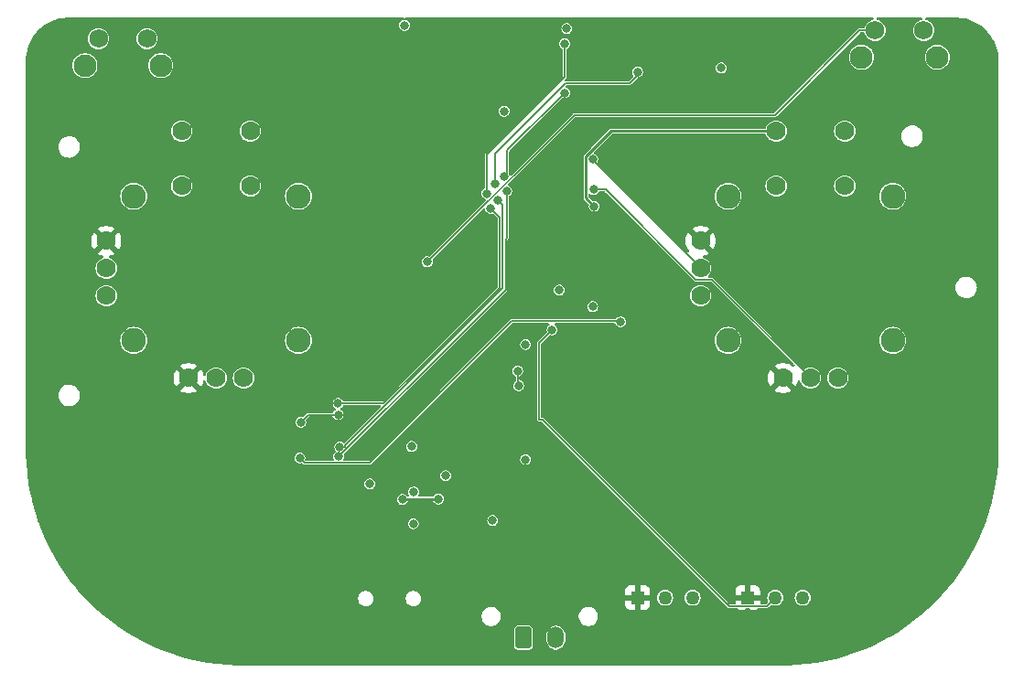
<source format=gbr>
%TF.GenerationSoftware,KiCad,Pcbnew,8.0.6*%
%TF.CreationDate,2025-02-26T11:59:32+01:00*%
%TF.ProjectId,CONTROL WIFI ESP32 S3 V4.0,434f4e54-524f-44c2-9057-494649204553,rev?*%
%TF.SameCoordinates,Original*%
%TF.FileFunction,Copper,L4,Bot*%
%TF.FilePolarity,Positive*%
%FSLAX46Y46*%
G04 Gerber Fmt 4.6, Leading zero omitted, Abs format (unit mm)*
G04 Created by KiCad (PCBNEW 8.0.6) date 2025-02-26 11:59:32*
%MOMM*%
%LPD*%
G01*
G04 APERTURE LIST*
G04 Aperture macros list*
%AMRoundRect*
0 Rectangle with rounded corners*
0 $1 Rounding radius*
0 $2 $3 $4 $5 $6 $7 $8 $9 X,Y pos of 4 corners*
0 Add a 4 corners polygon primitive as box body*
4,1,4,$2,$3,$4,$5,$6,$7,$8,$9,$2,$3,0*
0 Add four circle primitives for the rounded corners*
1,1,$1+$1,$2,$3*
1,1,$1+$1,$4,$5*
1,1,$1+$1,$6,$7*
1,1,$1+$1,$8,$9*
0 Add four rect primitives between the rounded corners*
20,1,$1+$1,$2,$3,$4,$5,0*
20,1,$1+$1,$4,$5,$6,$7,0*
20,1,$1+$1,$6,$7,$8,$9,0*
20,1,$1+$1,$8,$9,$2,$3,0*%
G04 Aperture macros list end*
%TA.AperFunction,ComponentPad*%
%ADD10R,1.268000X1.268000*%
%TD*%
%TA.AperFunction,ComponentPad*%
%ADD11C,1.268000*%
%TD*%
%TA.AperFunction,ComponentPad*%
%ADD12C,1.778000*%
%TD*%
%TA.AperFunction,ComponentPad*%
%ADD13C,2.286000*%
%TD*%
%TA.AperFunction,ComponentPad*%
%ADD14C,2.100000*%
%TD*%
%TA.AperFunction,ComponentPad*%
%ADD15C,1.750000*%
%TD*%
%TA.AperFunction,ComponentPad*%
%ADD16RoundRect,0.250001X-0.499999X-0.759999X0.499999X-0.759999X0.499999X0.759999X-0.499999X0.759999X0*%
%TD*%
%TA.AperFunction,ComponentPad*%
%ADD17O,1.500000X2.020000*%
%TD*%
%TA.AperFunction,ViaPad*%
%ADD18C,0.800000*%
%TD*%
%TA.AperFunction,Conductor*%
%ADD19C,0.127000*%
%TD*%
%TA.AperFunction,Conductor*%
%ADD20C,0.254000*%
%TD*%
G04 APERTURE END LIST*
D10*
%TO.P,POT1,1*%
%TO.N,+3.3V*%
X97950000Y-135500000D03*
D11*
%TO.P,POT1,2*%
%TO.N,IO5*%
X100490000Y-135500000D03*
%TO.P,POT1,3*%
%TO.N,GND*%
X103030000Y-135500000D03*
%TD*%
D12*
%TO.P,U4,B1A,SEL+*%
%TO.N,IO37*%
X100575000Y-92300000D03*
%TO.P,U4,B1B*%
%TO.N,N/C*%
X106925000Y-92300000D03*
%TO.P,U4,B2A,SEL-*%
%TO.N,GND*%
X100575000Y-97380000D03*
%TO.P,U4,B2B*%
%TO.N,N/C*%
X106925000Y-97380000D03*
%TO.P,U4,H1,H+*%
%TO.N,+3.3V*%
X101210000Y-115160000D03*
%TO.P,U4,H2,H*%
%TO.N,IO38*%
X103750000Y-115160000D03*
%TO.P,U4,H3,H-*%
%TO.N,GND*%
X106290000Y-115160000D03*
D13*
%TO.P,U4,S1,SHIELD*%
%TO.N,unconnected-(U4-SHIELD-PadS1)_2*%
X96130000Y-98332500D03*
%TO.P,U4,S2,SHIELD*%
%TO.N,unconnected-(U4-SHIELD-PadS1)_3*%
X96130000Y-111667500D03*
%TO.P,U4,S3,SHIELD*%
%TO.N,unconnected-(U4-SHIELD-PadS1)*%
X111370000Y-111667500D03*
%TO.P,U4,S4,SHIELD*%
%TO.N,unconnected-(U4-SHIELD-PadS1)_1*%
X111370000Y-98332500D03*
D12*
%TO.P,U4,V1,V+*%
%TO.N,+3.3V*%
X93590000Y-102460000D03*
%TO.P,U4,V2,V*%
%TO.N,IO40*%
X93590000Y-105000000D03*
%TO.P,U4,V3,V-*%
%TO.N,GND*%
X93590000Y-107540000D03*
%TD*%
D14*
%TO.P,SW3,*%
%TO.N,*%
X36625000Y-86217500D03*
X43635000Y-86217500D03*
D15*
%TO.P,SW3,1,1*%
%TO.N,IO13*%
X37875000Y-83727500D03*
%TO.P,SW3,2,2*%
%TO.N,GND*%
X42375000Y-83727500D03*
%TD*%
D16*
%TO.P,J2,1,Pin_1*%
%TO.N,GND*%
X77200000Y-139200000D03*
D17*
%TO.P,J2,2,Pin_2*%
%TO.N,VIN*%
X80200000Y-139200000D03*
%TD*%
D12*
%TO.P,U5,B1A,SEL+*%
%TO.N,IO8*%
X45575000Y-92300000D03*
%TO.P,U5,B1B*%
%TO.N,N/C*%
X51925000Y-92300000D03*
%TO.P,U5,B2A,SEL-*%
%TO.N,GND*%
X45575000Y-97380000D03*
%TO.P,U5,B2B*%
%TO.N,N/C*%
X51925000Y-97380000D03*
%TO.P,U5,H1,H+*%
%TO.N,+3.3V*%
X46210000Y-115160000D03*
%TO.P,U5,H2,H*%
%TO.N,IO17*%
X48750000Y-115160000D03*
%TO.P,U5,H3,H-*%
%TO.N,GND*%
X51290000Y-115160000D03*
D13*
%TO.P,U5,S1,SHIELD*%
%TO.N,unconnected-(U5-SHIELD-PadS1)_2*%
X41130000Y-98332500D03*
%TO.P,U5,S2,SHIELD*%
%TO.N,unconnected-(U5-SHIELD-PadS1)*%
X41130000Y-111667500D03*
%TO.P,U5,S3,SHIELD*%
%TO.N,unconnected-(U5-SHIELD-PadS1)_1*%
X56370000Y-111667500D03*
%TO.P,U5,S4,SHIELD*%
%TO.N,unconnected-(U5-SHIELD-PadS1)_3*%
X56370000Y-98332500D03*
D12*
%TO.P,U5,V1,V+*%
%TO.N,+3.3V*%
X38590000Y-102460000D03*
%TO.P,U5,V2,V*%
%TO.N,IO18*%
X38590000Y-105000000D03*
%TO.P,U5,V3,V-*%
%TO.N,GND*%
X38590000Y-107540000D03*
%TD*%
D14*
%TO.P,SW2,*%
%TO.N,*%
X108475000Y-85452500D03*
X115485000Y-85452500D03*
D15*
%TO.P,SW2,1,1*%
%TO.N,IO15*%
X109725000Y-82962500D03*
%TO.P,SW2,2,2*%
%TO.N,GND*%
X114225000Y-82962500D03*
%TD*%
D10*
%TO.P,POT2,1*%
%TO.N,+3.3V*%
X87760000Y-135500000D03*
D11*
%TO.P,POT2,2*%
%TO.N,IO6*%
X90300000Y-135500000D03*
%TO.P,POT2,3*%
%TO.N,GND*%
X92840000Y-135500000D03*
%TD*%
D18*
%TO.N,GND*%
X66200000Y-82500000D03*
X81200000Y-82800000D03*
X62986500Y-124950000D03*
X80500000Y-107000000D03*
X67000000Y-128650000D03*
X67050000Y-125700000D03*
X77400000Y-122700000D03*
X70000000Y-124200000D03*
X75400000Y-90450000D03*
X66850000Y-121500000D03*
X83600000Y-108550000D03*
X77400000Y-112050000D03*
X74350000Y-128350000D03*
%TO.N,BT*%
X56500000Y-122550000D03*
X86175000Y-109950000D03*
%TO.N,+3.3V*%
X64650000Y-124800000D03*
X95500000Y-85100000D03*
X68200000Y-118650000D03*
X102400000Y-83800000D03*
X40250000Y-89300000D03*
X100150000Y-89300000D03*
X60800000Y-85600000D03*
X83650000Y-106950000D03*
X56600000Y-117850000D03*
X52100000Y-122300000D03*
X101800000Y-121900000D03*
X60800000Y-97600000D03*
X66400000Y-84050000D03*
X81150000Y-130700000D03*
%TO.N,EN*%
X74150000Y-99450000D03*
X73826545Y-98076545D03*
X60050000Y-117500000D03*
X81000000Y-84200000D03*
%TO.N,RX*%
X75650000Y-97850000D03*
X75401545Y-96501545D03*
X60100000Y-122436500D03*
X81000000Y-88750000D03*
%TO.N,TX*%
X60212185Y-121539183D03*
X74600000Y-97200000D03*
X74800000Y-98700000D03*
X87750000Y-86800000D03*
%TO.N,GND*%
X95500000Y-86450000D03*
%TO.N,IO15*%
X68300000Y-104400000D03*
%TO.N,+5V*%
X66000000Y-126400000D03*
X69350000Y-126350000D03*
%TO.N,IO5*%
X79850000Y-110700000D03*
%TO.N,IO6*%
X76750000Y-115863500D03*
X76650000Y-114500000D03*
%TO.N,Net-(Q1A-E1)*%
X56600000Y-119250000D03*
X60052000Y-118552000D03*
%TO.N,IO40*%
X83600000Y-94900000D03*
%TO.N,IO38*%
X83700000Y-97700000D03*
%TO.N,IO37*%
X83750000Y-99250000D03*
%TD*%
D19*
%TO.N,BT*%
X56500000Y-122550000D02*
X56950000Y-123000000D01*
X86125000Y-109900000D02*
X86175000Y-109950000D01*
X76100000Y-109900000D02*
X86125000Y-109900000D01*
X56950000Y-123000000D02*
X63000000Y-123000000D01*
X63000000Y-123000000D02*
X76100000Y-109900000D01*
%TO.N,EN*%
X60050000Y-117500000D02*
X64278974Y-117500000D01*
X64278974Y-117500000D02*
X67789487Y-113989487D01*
X81000000Y-87300000D02*
X81000000Y-84200000D01*
X73826545Y-94473455D02*
X81000000Y-87300000D01*
X73826545Y-98076545D02*
X73826545Y-94473455D01*
X74989487Y-100289487D02*
X74150000Y-99450000D01*
X74989487Y-106789487D02*
X74989487Y-100289487D01*
X67789487Y-113989487D02*
X74989487Y-106789487D01*
%TO.N,RX*%
X75401545Y-96501545D02*
X75703090Y-96200000D01*
X60111778Y-122436500D02*
X70848278Y-111700000D01*
X75703090Y-96200000D02*
X75703090Y-94046910D01*
X75703090Y-94046910D02*
X81000000Y-88750000D01*
X75548278Y-102301722D02*
X75650000Y-102200000D01*
X75548278Y-107000000D02*
X75548278Y-102301722D01*
X70848278Y-111700000D02*
X75548278Y-107000000D01*
X75650000Y-102200000D02*
X75650000Y-97850000D01*
X60100000Y-122436500D02*
X60111778Y-122436500D01*
%TO.N,TX*%
X60212185Y-121539183D02*
X60688069Y-121539183D01*
X87750000Y-87100000D02*
X87750000Y-86800000D01*
X60688069Y-121411931D02*
X75250000Y-106850000D01*
X74600000Y-94353090D02*
X81103090Y-87850000D01*
X74600000Y-97200000D02*
X74600000Y-94353090D01*
X87000000Y-87850000D02*
X87750000Y-87100000D01*
X75250000Y-99150000D02*
X74800000Y-98700000D01*
X60688069Y-121539183D02*
X60688069Y-121411931D01*
X75250000Y-106850000D02*
X75250000Y-99150000D01*
X81103090Y-87850000D02*
X87000000Y-87850000D01*
%TO.N,IO15*%
X108287500Y-82962500D02*
X100450000Y-90800000D01*
X81900000Y-90800000D02*
X68300000Y-104400000D01*
X100450000Y-90800000D02*
X81900000Y-90800000D01*
X109725000Y-82962500D02*
X108287500Y-82962500D01*
D20*
%TO.N,+5V*%
X69350000Y-126350000D02*
X66050000Y-126350000D01*
X66050000Y-126350000D02*
X66000000Y-126400000D01*
D19*
%TO.N,IO5*%
X78950000Y-119000000D02*
X78650000Y-119000000D01*
X78650000Y-111900000D02*
X79850000Y-110700000D01*
X99692500Y-136297500D02*
X96247500Y-136297500D01*
X100490000Y-135500000D02*
X99692500Y-136297500D01*
X96247500Y-136297500D02*
X78950000Y-119000000D01*
X78650000Y-119000000D02*
X78650000Y-111900000D01*
%TO.N,IO6*%
X76650000Y-115763500D02*
X76750000Y-115863500D01*
X76650000Y-114500000D02*
X76650000Y-115763500D01*
%TO.N,Net-(Q1A-E1)*%
X57298000Y-118552000D02*
X56600000Y-119250000D01*
X60052000Y-118552000D02*
X57298000Y-118552000D01*
%TO.N,IO40*%
X93590000Y-105000000D02*
X83600000Y-95010000D01*
X83600000Y-95010000D02*
X83600000Y-94900000D01*
%TO.N,IO38*%
X84800000Y-97700000D02*
X83700000Y-97700000D01*
X94642500Y-106052500D02*
X93152500Y-106052500D01*
X103750000Y-115160000D02*
X94642500Y-106052500D01*
X93152500Y-106052500D02*
X84800000Y-97700000D01*
D20*
%TO.N,IO37*%
X82973000Y-98473000D02*
X83750000Y-99250000D01*
X85313288Y-92300000D02*
X82973000Y-94640288D01*
X82973000Y-94640288D02*
X82973000Y-98473000D01*
X100575000Y-92300000D02*
X85313288Y-92300000D01*
%TD*%
%TA.AperFunction,Conductor*%
%TO.N,+3.3V*%
G36*
X66131272Y-81784685D02*
G01*
X66177027Y-81837489D01*
X66186971Y-81906647D01*
X66157946Y-81970203D01*
X66099168Y-82007977D01*
X66099167Y-82007977D01*
X65989949Y-82040045D01*
X65868873Y-82117856D01*
X65774623Y-82226626D01*
X65774622Y-82226628D01*
X65714834Y-82357543D01*
X65694353Y-82500000D01*
X65714834Y-82642456D01*
X65774622Y-82773371D01*
X65774623Y-82773373D01*
X65868872Y-82882143D01*
X65989947Y-82959953D01*
X65989950Y-82959954D01*
X65989949Y-82959954D01*
X66128036Y-83000499D01*
X66128038Y-83000500D01*
X66128039Y-83000500D01*
X66271962Y-83000500D01*
X66271962Y-83000499D01*
X66410053Y-82959953D01*
X66531128Y-82882143D01*
X66602305Y-82800000D01*
X80694353Y-82800000D01*
X80714834Y-82942456D01*
X80756815Y-83034379D01*
X80774623Y-83073373D01*
X80868872Y-83182143D01*
X80989947Y-83259953D01*
X80989950Y-83259954D01*
X80989949Y-83259954D01*
X81128036Y-83300499D01*
X81128038Y-83300500D01*
X81128039Y-83300500D01*
X81271962Y-83300500D01*
X81271962Y-83300499D01*
X81410053Y-83259953D01*
X81531128Y-83182143D01*
X81625377Y-83073373D01*
X81685165Y-82942457D01*
X81705647Y-82800000D01*
X81685165Y-82657543D01*
X81625377Y-82526627D01*
X81531128Y-82417857D01*
X81410053Y-82340047D01*
X81410051Y-82340046D01*
X81410049Y-82340045D01*
X81410050Y-82340045D01*
X81271963Y-82299500D01*
X81271961Y-82299500D01*
X81128039Y-82299500D01*
X81128036Y-82299500D01*
X80989949Y-82340045D01*
X80868873Y-82417856D01*
X80774623Y-82526626D01*
X80774622Y-82526628D01*
X80714834Y-82657543D01*
X80694353Y-82800000D01*
X66602305Y-82800000D01*
X66625377Y-82773373D01*
X66685165Y-82642457D01*
X66705647Y-82500000D01*
X66685165Y-82357543D01*
X66625377Y-82226627D01*
X66531128Y-82117857D01*
X66410053Y-82040047D01*
X66410051Y-82040046D01*
X66410049Y-82040045D01*
X66410050Y-82040045D01*
X66300833Y-82007977D01*
X66242054Y-81970203D01*
X66213029Y-81906648D01*
X66222972Y-81837489D01*
X66268727Y-81784685D01*
X66335766Y-81765000D01*
X109476195Y-81765000D01*
X109543234Y-81784685D01*
X109588989Y-81837489D01*
X109598933Y-81906647D01*
X109569908Y-81970203D01*
X109512190Y-82007661D01*
X109349881Y-82056896D01*
X109180424Y-82147473D01*
X109180417Y-82147477D01*
X109031879Y-82269379D01*
X108909977Y-82417917D01*
X108909973Y-82417924D01*
X108819396Y-82587381D01*
X108802690Y-82642456D01*
X108782050Y-82710496D01*
X108743753Y-82768934D01*
X108679941Y-82797390D01*
X108663390Y-82798500D01*
X108334564Y-82798500D01*
X108334556Y-82798499D01*
X108320122Y-82798499D01*
X108254878Y-82798499D01*
X108254875Y-82798499D01*
X108212257Y-82816152D01*
X108212258Y-82816153D01*
X108194601Y-82823467D01*
X108194599Y-82823468D01*
X108148466Y-82869602D01*
X100418388Y-90599681D01*
X100357065Y-90633166D01*
X100330707Y-90636000D01*
X81867378Y-90636000D01*
X81867376Y-90636000D01*
X81867374Y-90636001D01*
X81807106Y-90660964D01*
X81807098Y-90660969D01*
X81760966Y-90707102D01*
X76082678Y-96385389D01*
X76021355Y-96418874D01*
X75951663Y-96413890D01*
X75895730Y-96372018D01*
X75882203Y-96349219D01*
X75871375Y-96325509D01*
X75861431Y-96256351D01*
X75864847Y-96243900D01*
X75867091Y-96232623D01*
X75867091Y-96157389D01*
X75867090Y-96157375D01*
X75867090Y-94166202D01*
X75886775Y-94099163D01*
X75903404Y-94078526D01*
X80724034Y-89257895D01*
X80785355Y-89224412D01*
X80846645Y-89226600D01*
X80928039Y-89250500D01*
X81071962Y-89250500D01*
X81071962Y-89250499D01*
X81210053Y-89209953D01*
X81331128Y-89132143D01*
X81425377Y-89023373D01*
X81485165Y-88892457D01*
X81505647Y-88750000D01*
X81485165Y-88607543D01*
X81425377Y-88476627D01*
X81331128Y-88367857D01*
X81210053Y-88290047D01*
X81210052Y-88290046D01*
X81210051Y-88290046D01*
X81167014Y-88277409D01*
X81108236Y-88239634D01*
X81079212Y-88176078D01*
X81089156Y-88106920D01*
X81114268Y-88070752D01*
X81134704Y-88050317D01*
X81196028Y-88016833D01*
X81222383Y-88014000D01*
X86952936Y-88014000D01*
X86952944Y-88014001D01*
X86967378Y-88014001D01*
X87032622Y-88014001D01*
X87075243Y-87996345D01*
X87092899Y-87989033D01*
X87139033Y-87942899D01*
X87139033Y-87942898D01*
X87156473Y-87925458D01*
X87156473Y-87925456D01*
X87745443Y-87336487D01*
X87806764Y-87303004D01*
X87815480Y-87301431D01*
X87821954Y-87300500D01*
X87821961Y-87300500D01*
X87960053Y-87259953D01*
X88081128Y-87182143D01*
X88175377Y-87073373D01*
X88235165Y-86942457D01*
X88255647Y-86800000D01*
X88235165Y-86657543D01*
X88175377Y-86526627D01*
X88108980Y-86450000D01*
X94994353Y-86450000D01*
X95014834Y-86592456D01*
X95044559Y-86657543D01*
X95074623Y-86723373D01*
X95168872Y-86832143D01*
X95289947Y-86909953D01*
X95289950Y-86909954D01*
X95289949Y-86909954D01*
X95428036Y-86950499D01*
X95428038Y-86950500D01*
X95428039Y-86950500D01*
X95571962Y-86950500D01*
X95571962Y-86950499D01*
X95710053Y-86909953D01*
X95831128Y-86832143D01*
X95925377Y-86723373D01*
X95985165Y-86592457D01*
X96005647Y-86450000D01*
X95985165Y-86307543D01*
X95925377Y-86176627D01*
X95831128Y-86067857D01*
X95710053Y-85990047D01*
X95710051Y-85990046D01*
X95710049Y-85990045D01*
X95710050Y-85990045D01*
X95571963Y-85949500D01*
X95571961Y-85949500D01*
X95428039Y-85949500D01*
X95428036Y-85949500D01*
X95289949Y-85990045D01*
X95168873Y-86067856D01*
X95074623Y-86176626D01*
X95074622Y-86176628D01*
X95014834Y-86307543D01*
X94994353Y-86450000D01*
X88108980Y-86450000D01*
X88081128Y-86417857D01*
X87960053Y-86340047D01*
X87960051Y-86340046D01*
X87960049Y-86340045D01*
X87960050Y-86340045D01*
X87821963Y-86299500D01*
X87821961Y-86299500D01*
X87678039Y-86299500D01*
X87678036Y-86299500D01*
X87539949Y-86340045D01*
X87418873Y-86417856D01*
X87324623Y-86526626D01*
X87324622Y-86526628D01*
X87264834Y-86657543D01*
X87244353Y-86800000D01*
X87264834Y-86942456D01*
X87289245Y-86995907D01*
X87324623Y-87073373D01*
X87345563Y-87097539D01*
X87351187Y-87104030D01*
X87380211Y-87167586D01*
X87370267Y-87236745D01*
X87345154Y-87272913D01*
X86968388Y-87649681D01*
X86907065Y-87683166D01*
X86880707Y-87686000D01*
X81150154Y-87686000D01*
X81150146Y-87685999D01*
X81145295Y-87685999D01*
X81141793Y-87684970D01*
X81120080Y-87682298D01*
X81120076Y-87682297D01*
X81120938Y-87678847D01*
X81078256Y-87666314D01*
X81032501Y-87613510D01*
X81022557Y-87544352D01*
X81051582Y-87480796D01*
X81057614Y-87474318D01*
X81058530Y-87473401D01*
X81139033Y-87392899D01*
X81164000Y-87332622D01*
X81164000Y-87267379D01*
X81164000Y-84757258D01*
X81183685Y-84690219D01*
X81220958Y-84652944D01*
X81331128Y-84582143D01*
X81425377Y-84473373D01*
X81485165Y-84342457D01*
X81505647Y-84200000D01*
X81485165Y-84057543D01*
X81425377Y-83926627D01*
X81331128Y-83817857D01*
X81210053Y-83740047D01*
X81210051Y-83740046D01*
X81210049Y-83740045D01*
X81210050Y-83740045D01*
X81071963Y-83699500D01*
X81071961Y-83699500D01*
X80928039Y-83699500D01*
X80928036Y-83699500D01*
X80789949Y-83740045D01*
X80668873Y-83817856D01*
X80574623Y-83926626D01*
X80574622Y-83926628D01*
X80514834Y-84057543D01*
X80494353Y-84200000D01*
X80514834Y-84342456D01*
X80551369Y-84422455D01*
X80574623Y-84473373D01*
X80668872Y-84582143D01*
X80779040Y-84652943D01*
X80824794Y-84705746D01*
X80836000Y-84757258D01*
X80836000Y-87180706D01*
X80816315Y-87247745D01*
X80799681Y-87268387D01*
X73687513Y-94380554D01*
X73687512Y-94380556D01*
X73680198Y-94398213D01*
X73662544Y-94440830D01*
X73662544Y-94520510D01*
X73662545Y-94520519D01*
X73662545Y-97519286D01*
X73642860Y-97586325D01*
X73605585Y-97623601D01*
X73495419Y-97694400D01*
X73495417Y-97694401D01*
X73495417Y-97694402D01*
X73483309Y-97708376D01*
X73401168Y-97803171D01*
X73401167Y-97803173D01*
X73341379Y-97934088D01*
X73320898Y-98076545D01*
X73341379Y-98219001D01*
X73401167Y-98349916D01*
X73401168Y-98349918D01*
X73495417Y-98458688D01*
X73616492Y-98536498D01*
X73616495Y-98536499D01*
X73616494Y-98536499D01*
X73659528Y-98549135D01*
X73718307Y-98586909D01*
X73747332Y-98650464D01*
X73737389Y-98719623D01*
X73712275Y-98755793D01*
X68575966Y-103892101D01*
X68514643Y-103925586D01*
X68453351Y-103923397D01*
X68371964Y-103899500D01*
X68371961Y-103899500D01*
X68228039Y-103899500D01*
X68228036Y-103899500D01*
X68089949Y-103940045D01*
X67968873Y-104017856D01*
X67874623Y-104126626D01*
X67874622Y-104126628D01*
X67814834Y-104257543D01*
X67794353Y-104400000D01*
X67814834Y-104542456D01*
X67874622Y-104673371D01*
X67874623Y-104673373D01*
X67968872Y-104782143D01*
X68089947Y-104859953D01*
X68089950Y-104859954D01*
X68089949Y-104859954D01*
X68228036Y-104900499D01*
X68228038Y-104900500D01*
X68228039Y-104900500D01*
X68371962Y-104900500D01*
X68371962Y-104900499D01*
X68510053Y-104859953D01*
X68631128Y-104782143D01*
X68725377Y-104673373D01*
X68785165Y-104542457D01*
X68805647Y-104400000D01*
X68785165Y-104257543D01*
X68782666Y-104249032D01*
X68784570Y-104248472D01*
X68776255Y-104190655D01*
X68805277Y-104127098D01*
X68811299Y-104120630D01*
X73448772Y-99483157D01*
X73510093Y-99449674D01*
X73579785Y-99454658D01*
X73635718Y-99496530D01*
X73659189Y-99553191D01*
X73664835Y-99592457D01*
X73724623Y-99723373D01*
X73818872Y-99832143D01*
X73939947Y-99909953D01*
X73939950Y-99909954D01*
X73939949Y-99909954D01*
X74078036Y-99950499D01*
X74078038Y-99950500D01*
X74078039Y-99950500D01*
X74221961Y-99950500D01*
X74303351Y-99926602D01*
X74373221Y-99926602D01*
X74425967Y-99957898D01*
X74789168Y-100321099D01*
X74822653Y-100382422D01*
X74825487Y-100408780D01*
X74825487Y-106670194D01*
X74805802Y-106737233D01*
X74789168Y-106757875D01*
X64247362Y-117299681D01*
X64186039Y-117333166D01*
X64159681Y-117336000D01*
X60605016Y-117336000D01*
X60537977Y-117316315D01*
X60492222Y-117263512D01*
X60475377Y-117226627D01*
X60381128Y-117117857D01*
X60260053Y-117040047D01*
X60260051Y-117040046D01*
X60260049Y-117040045D01*
X60260050Y-117040045D01*
X60121963Y-116999500D01*
X60121961Y-116999500D01*
X59978039Y-116999500D01*
X59978036Y-116999500D01*
X59839949Y-117040045D01*
X59718873Y-117117856D01*
X59624623Y-117226626D01*
X59624622Y-117226628D01*
X59564834Y-117357543D01*
X59544353Y-117500000D01*
X59564834Y-117642456D01*
X59583663Y-117683684D01*
X59624623Y-117773373D01*
X59718872Y-117882143D01*
X59781400Y-117922327D01*
X59827154Y-117975130D01*
X59837098Y-118044288D01*
X59808073Y-118107844D01*
X59781400Y-118130957D01*
X59720874Y-118169855D01*
X59626623Y-118278626D01*
X59626622Y-118278628D01*
X59609778Y-118315512D01*
X59564023Y-118368316D01*
X59496984Y-118388000D01*
X57345064Y-118388000D01*
X57345056Y-118387999D01*
X57330622Y-118387999D01*
X57265378Y-118387999D01*
X57265375Y-118387999D01*
X57222757Y-118405652D01*
X57222758Y-118405653D01*
X57205101Y-118412967D01*
X57205099Y-118412968D01*
X57158966Y-118459102D01*
X56875966Y-118742101D01*
X56814643Y-118775586D01*
X56753351Y-118773397D01*
X56671964Y-118749500D01*
X56671961Y-118749500D01*
X56528039Y-118749500D01*
X56528036Y-118749500D01*
X56389949Y-118790045D01*
X56268873Y-118867856D01*
X56174623Y-118976626D01*
X56174622Y-118976628D01*
X56114834Y-119107543D01*
X56094353Y-119250000D01*
X56114834Y-119392456D01*
X56174622Y-119523371D01*
X56174623Y-119523373D01*
X56268872Y-119632143D01*
X56389947Y-119709953D01*
X56389950Y-119709954D01*
X56389949Y-119709954D01*
X56528036Y-119750499D01*
X56528038Y-119750500D01*
X56528039Y-119750500D01*
X56671962Y-119750500D01*
X56671962Y-119750499D01*
X56810053Y-119709953D01*
X56931128Y-119632143D01*
X57025377Y-119523373D01*
X57085165Y-119392457D01*
X57105647Y-119250000D01*
X57085165Y-119107543D01*
X57082666Y-119099032D01*
X57084570Y-119098472D01*
X57076255Y-119040655D01*
X57105277Y-118977098D01*
X57111283Y-118970646D01*
X57329613Y-118752316D01*
X57390935Y-118718834D01*
X57417293Y-118716000D01*
X59496984Y-118716000D01*
X59564023Y-118735685D01*
X59609777Y-118788487D01*
X59626623Y-118825373D01*
X59720872Y-118934143D01*
X59841947Y-119011953D01*
X59841950Y-119011954D01*
X59841949Y-119011954D01*
X59980036Y-119052499D01*
X59980038Y-119052500D01*
X59980039Y-119052500D01*
X60123962Y-119052500D01*
X60123962Y-119052499D01*
X60262053Y-119011953D01*
X60383128Y-118934143D01*
X60477377Y-118825373D01*
X60537165Y-118694457D01*
X60557647Y-118552000D01*
X60537165Y-118409543D01*
X60477377Y-118278627D01*
X60383128Y-118169857D01*
X60320599Y-118129672D01*
X60274845Y-118076869D01*
X60264901Y-118007710D01*
X60293926Y-117944154D01*
X60320596Y-117921044D01*
X60381128Y-117882143D01*
X60475377Y-117773373D01*
X60492222Y-117736487D01*
X60537977Y-117683684D01*
X60605016Y-117664000D01*
X63904707Y-117664000D01*
X63971746Y-117683685D01*
X64017501Y-117736489D01*
X64027445Y-117805647D01*
X63998420Y-117869203D01*
X63992388Y-117875681D01*
X60714802Y-121153265D01*
X60653479Y-121186750D01*
X60583787Y-121181766D01*
X60545921Y-121159299D01*
X60543316Y-121157042D01*
X60537439Y-121153265D01*
X60422238Y-121079230D01*
X60422236Y-121079229D01*
X60422234Y-121079228D01*
X60422235Y-121079228D01*
X60284148Y-121038683D01*
X60284146Y-121038683D01*
X60140224Y-121038683D01*
X60140221Y-121038683D01*
X60002134Y-121079228D01*
X59881058Y-121157039D01*
X59786808Y-121265809D01*
X59786807Y-121265811D01*
X59727019Y-121396726D01*
X59706538Y-121539183D01*
X59727019Y-121681639D01*
X59786807Y-121812554D01*
X59786808Y-121812556D01*
X59821258Y-121852314D01*
X59850283Y-121915869D01*
X59840339Y-121985027D01*
X59794587Y-122037830D01*
X59768873Y-122054355D01*
X59674623Y-122163126D01*
X59674622Y-122163128D01*
X59614834Y-122294043D01*
X59594353Y-122436500D01*
X59614834Y-122578957D01*
X59614835Y-122578958D01*
X59652069Y-122660489D01*
X59662013Y-122729647D01*
X59632988Y-122793203D01*
X59574210Y-122830977D01*
X59539275Y-122836000D01*
X57107630Y-122836000D01*
X57040591Y-122816315D01*
X56994836Y-122763511D01*
X56984892Y-122694353D01*
X56989761Y-122660489D01*
X57005647Y-122550000D01*
X56985165Y-122407543D01*
X56925377Y-122276627D01*
X56831128Y-122167857D01*
X56710053Y-122090047D01*
X56710051Y-122090046D01*
X56710049Y-122090045D01*
X56710050Y-122090045D01*
X56571963Y-122049500D01*
X56571961Y-122049500D01*
X56428039Y-122049500D01*
X56428036Y-122049500D01*
X56289949Y-122090045D01*
X56168873Y-122167856D01*
X56074623Y-122276626D01*
X56074622Y-122276628D01*
X56014834Y-122407543D01*
X55994353Y-122550000D01*
X56014834Y-122692456D01*
X56063803Y-122799681D01*
X56074623Y-122823373D01*
X56168872Y-122932143D01*
X56289947Y-123009953D01*
X56289950Y-123009954D01*
X56289949Y-123009954D01*
X56428036Y-123050499D01*
X56428038Y-123050500D01*
X56428039Y-123050500D01*
X56571961Y-123050500D01*
X56653351Y-123026602D01*
X56723221Y-123026602D01*
X56775967Y-123057898D01*
X56803896Y-123085827D01*
X56803899Y-123085831D01*
X56857100Y-123139032D01*
X56857101Y-123139033D01*
X56874746Y-123146341D01*
X56874754Y-123146347D01*
X56874755Y-123146345D01*
X56892411Y-123153658D01*
X56917378Y-123164001D01*
X56997056Y-123164001D01*
X56997064Y-123164000D01*
X62952936Y-123164000D01*
X62952944Y-123164001D01*
X62967378Y-123164001D01*
X63032622Y-123164001D01*
X63075243Y-123146345D01*
X63092899Y-123139033D01*
X63139033Y-123092899D01*
X63139033Y-123092898D01*
X63156473Y-123075458D01*
X63156473Y-123075456D01*
X63531929Y-122700000D01*
X76894353Y-122700000D01*
X76914834Y-122842456D01*
X76974622Y-122973371D01*
X76974623Y-122973373D01*
X77068872Y-123082143D01*
X77189947Y-123159953D01*
X77189950Y-123159954D01*
X77189949Y-123159954D01*
X77328036Y-123200499D01*
X77328038Y-123200500D01*
X77328039Y-123200500D01*
X77471962Y-123200500D01*
X77471962Y-123200499D01*
X77610053Y-123159953D01*
X77731128Y-123082143D01*
X77825377Y-122973373D01*
X77885165Y-122842457D01*
X77905647Y-122700000D01*
X77885165Y-122557543D01*
X77825377Y-122426627D01*
X77731128Y-122317857D01*
X77610053Y-122240047D01*
X77610051Y-122240046D01*
X77610049Y-122240045D01*
X77610050Y-122240045D01*
X77471963Y-122199500D01*
X77471961Y-122199500D01*
X77328039Y-122199500D01*
X77328036Y-122199500D01*
X77189949Y-122240045D01*
X77068873Y-122317856D01*
X76974623Y-122426626D01*
X76974622Y-122426628D01*
X76914834Y-122557543D01*
X76894353Y-122700000D01*
X63531929Y-122700000D01*
X64731929Y-121500000D01*
X66344353Y-121500000D01*
X66364834Y-121642456D01*
X66382729Y-121681639D01*
X66424623Y-121773373D01*
X66518872Y-121882143D01*
X66639947Y-121959953D01*
X66639950Y-121959954D01*
X66639949Y-121959954D01*
X66778036Y-122000499D01*
X66778038Y-122000500D01*
X66778039Y-122000500D01*
X66921962Y-122000500D01*
X66921962Y-122000499D01*
X67060053Y-121959953D01*
X67181128Y-121882143D01*
X67275377Y-121773373D01*
X67335165Y-121642457D01*
X67355647Y-121500000D01*
X67335165Y-121357543D01*
X67275377Y-121226627D01*
X67181128Y-121117857D01*
X67060053Y-121040047D01*
X67060051Y-121040046D01*
X67060049Y-121040045D01*
X67060050Y-121040045D01*
X66921963Y-120999500D01*
X66921961Y-120999500D01*
X66778039Y-120999500D01*
X66778036Y-120999500D01*
X66639949Y-121040045D01*
X66518873Y-121117856D01*
X66424623Y-121226626D01*
X66424622Y-121226628D01*
X66364834Y-121357543D01*
X66344353Y-121500000D01*
X64731929Y-121500000D01*
X71731930Y-114500000D01*
X76144353Y-114500000D01*
X76164834Y-114642456D01*
X76198193Y-114715500D01*
X76224623Y-114773373D01*
X76318872Y-114882143D01*
X76429040Y-114952943D01*
X76474794Y-115005746D01*
X76486000Y-115057258D01*
X76486000Y-115370507D01*
X76466315Y-115437546D01*
X76429042Y-115474821D01*
X76418872Y-115481356D01*
X76418866Y-115481362D01*
X76324625Y-115590122D01*
X76324622Y-115590128D01*
X76264834Y-115721043D01*
X76244353Y-115863500D01*
X76264834Y-116005956D01*
X76298010Y-116078599D01*
X76324623Y-116136873D01*
X76418872Y-116245643D01*
X76539947Y-116323453D01*
X76539950Y-116323454D01*
X76539949Y-116323454D01*
X76678036Y-116363999D01*
X76678038Y-116364000D01*
X76678039Y-116364000D01*
X76821962Y-116364000D01*
X76821962Y-116363999D01*
X76960053Y-116323453D01*
X77081128Y-116245643D01*
X77175377Y-116136873D01*
X77235165Y-116005957D01*
X77255647Y-115863500D01*
X77235165Y-115721043D01*
X77175377Y-115590127D01*
X77081128Y-115481357D01*
X76960053Y-115403547D01*
X76960050Y-115403545D01*
X76903065Y-115386813D01*
X76844287Y-115349038D01*
X76815262Y-115285482D01*
X76814000Y-115267836D01*
X76814000Y-115057258D01*
X76833685Y-114990219D01*
X76870958Y-114952944D01*
X76981128Y-114882143D01*
X77075377Y-114773373D01*
X77135165Y-114642457D01*
X77155647Y-114500000D01*
X77135165Y-114357543D01*
X77075377Y-114226627D01*
X76981128Y-114117857D01*
X76860053Y-114040047D01*
X76860051Y-114040046D01*
X76860049Y-114040045D01*
X76860050Y-114040045D01*
X76721963Y-113999500D01*
X76721961Y-113999500D01*
X76578039Y-113999500D01*
X76578036Y-113999500D01*
X76439949Y-114040045D01*
X76318873Y-114117856D01*
X76224623Y-114226626D01*
X76224622Y-114226628D01*
X76164834Y-114357543D01*
X76144353Y-114500000D01*
X71731930Y-114500000D01*
X74181931Y-112050000D01*
X76894353Y-112050000D01*
X76914834Y-112192456D01*
X76960123Y-112291623D01*
X76974623Y-112323373D01*
X77068872Y-112432143D01*
X77189947Y-112509953D01*
X77189950Y-112509954D01*
X77189949Y-112509954D01*
X77328036Y-112550499D01*
X77328038Y-112550500D01*
X77328039Y-112550500D01*
X77471962Y-112550500D01*
X77471962Y-112550499D01*
X77610053Y-112509953D01*
X77731128Y-112432143D01*
X77825377Y-112323373D01*
X77885165Y-112192457D01*
X77905647Y-112050000D01*
X77885165Y-111907543D01*
X77825377Y-111776627D01*
X77731128Y-111667857D01*
X77610053Y-111590047D01*
X77610051Y-111590046D01*
X77610049Y-111590045D01*
X77610050Y-111590045D01*
X77471963Y-111549500D01*
X77471961Y-111549500D01*
X77328039Y-111549500D01*
X77328036Y-111549500D01*
X77189949Y-111590045D01*
X77068873Y-111667856D01*
X76974623Y-111776626D01*
X76974622Y-111776628D01*
X76914834Y-111907543D01*
X76894353Y-112050000D01*
X74181931Y-112050000D01*
X76131612Y-110100319D01*
X76192935Y-110066834D01*
X76219293Y-110064000D01*
X79491576Y-110064000D01*
X79558615Y-110083685D01*
X79604370Y-110136489D01*
X79614314Y-110205647D01*
X79585289Y-110269203D01*
X79558615Y-110292316D01*
X79518873Y-110317856D01*
X79424623Y-110426626D01*
X79424622Y-110426628D01*
X79364834Y-110557543D01*
X79344353Y-110700000D01*
X79364834Y-110842456D01*
X79367334Y-110850968D01*
X79365430Y-110851526D01*
X79373740Y-110909362D01*
X79344708Y-110972914D01*
X79338685Y-110979382D01*
X78557102Y-111760966D01*
X78510967Y-111807100D01*
X78501528Y-111829889D01*
X78501528Y-111829890D01*
X78485999Y-111867379D01*
X78485999Y-111947055D01*
X78486000Y-111947064D01*
X78486000Y-119032620D01*
X78486001Y-119032625D01*
X78510964Y-119092893D01*
X78510965Y-119092895D01*
X78510967Y-119092899D01*
X78557101Y-119139033D01*
X78617378Y-119164000D01*
X78682622Y-119164000D01*
X78830707Y-119164000D01*
X78897746Y-119183685D01*
X78918388Y-119200319D01*
X96101396Y-136383327D01*
X96101399Y-136383331D01*
X96154600Y-136436532D01*
X96154601Y-136436533D01*
X96172246Y-136443841D01*
X96172254Y-136443847D01*
X96172255Y-136443845D01*
X96189911Y-136451158D01*
X96214878Y-136461501D01*
X96294556Y-136461501D01*
X96294564Y-136461500D01*
X96877880Y-136461500D01*
X96944919Y-136481185D01*
X96952191Y-136486233D01*
X97073911Y-136577353D01*
X97073913Y-136577354D01*
X97208620Y-136627596D01*
X97208627Y-136627598D01*
X97268155Y-136633999D01*
X97268172Y-136634000D01*
X97700000Y-136634000D01*
X97700000Y-136585500D01*
X97719685Y-136518461D01*
X97772489Y-136472706D01*
X97824000Y-136461500D01*
X98076000Y-136461500D01*
X98143039Y-136481185D01*
X98188794Y-136533989D01*
X98200000Y-136585500D01*
X98200000Y-136634000D01*
X98631828Y-136634000D01*
X98631844Y-136633999D01*
X98691372Y-136627598D01*
X98691379Y-136627596D01*
X98826086Y-136577354D01*
X98826088Y-136577353D01*
X98947809Y-136486233D01*
X99013273Y-136461816D01*
X99022120Y-136461500D01*
X99645436Y-136461500D01*
X99645444Y-136461501D01*
X99659878Y-136461501D01*
X99725122Y-136461501D01*
X99767743Y-136443845D01*
X99785399Y-136436533D01*
X99831533Y-136390399D01*
X99831533Y-136390398D01*
X99848973Y-136372958D01*
X99848974Y-136372956D01*
X100030602Y-136191327D01*
X100091923Y-136157844D01*
X100161615Y-136162828D01*
X100167284Y-136165245D01*
X100325527Y-136220617D01*
X100489996Y-136239148D01*
X100490000Y-136239148D01*
X100490004Y-136239148D01*
X100654472Y-136220617D01*
X100654474Y-136220616D01*
X100654476Y-136220616D01*
X100810704Y-136165949D01*
X100950851Y-136077889D01*
X101067889Y-135960851D01*
X101155949Y-135820704D01*
X101210616Y-135664476D01*
X101210616Y-135664474D01*
X101210617Y-135664472D01*
X101229148Y-135500003D01*
X101229148Y-135499996D01*
X102290852Y-135499996D01*
X102290852Y-135500003D01*
X102309382Y-135664472D01*
X102364050Y-135820703D01*
X102364052Y-135820706D01*
X102407776Y-135890292D01*
X102452111Y-135960851D01*
X102569149Y-136077889D01*
X102657654Y-136133500D01*
X102709293Y-136165947D01*
X102709296Y-136165949D01*
X102865527Y-136220617D01*
X103029996Y-136239148D01*
X103030000Y-136239148D01*
X103030004Y-136239148D01*
X103194472Y-136220617D01*
X103194474Y-136220616D01*
X103194476Y-136220616D01*
X103350704Y-136165949D01*
X103490851Y-136077889D01*
X103607889Y-135960851D01*
X103695949Y-135820704D01*
X103750616Y-135664476D01*
X103750616Y-135664474D01*
X103750617Y-135664472D01*
X103769148Y-135500003D01*
X103769148Y-135499996D01*
X103750617Y-135335527D01*
X103695949Y-135179296D01*
X103695947Y-135179293D01*
X103607888Y-135039148D01*
X103490851Y-134922111D01*
X103350706Y-134834052D01*
X103350703Y-134834050D01*
X103194472Y-134779382D01*
X103030004Y-134760852D01*
X103029996Y-134760852D01*
X102865527Y-134779382D01*
X102709296Y-134834050D01*
X102709293Y-134834052D01*
X102569148Y-134922111D01*
X102452111Y-135039148D01*
X102364052Y-135179293D01*
X102364050Y-135179296D01*
X102309382Y-135335527D01*
X102290852Y-135499996D01*
X101229148Y-135499996D01*
X101210617Y-135335527D01*
X101155949Y-135179296D01*
X101155947Y-135179293D01*
X101067888Y-135039148D01*
X100950851Y-134922111D01*
X100810706Y-134834052D01*
X100810703Y-134834050D01*
X100654472Y-134779382D01*
X100490004Y-134760852D01*
X100489996Y-134760852D01*
X100325527Y-134779382D01*
X100169296Y-134834050D01*
X100169293Y-134834052D01*
X100029148Y-134922111D01*
X99912111Y-135039148D01*
X99824052Y-135179293D01*
X99824050Y-135179296D01*
X99769382Y-135335527D01*
X99750852Y-135499996D01*
X99750852Y-135500003D01*
X99769382Y-135664472D01*
X99826351Y-135827277D01*
X99824365Y-135827971D01*
X99834059Y-135886865D01*
X99806333Y-135950998D01*
X99798670Y-135959398D01*
X99660886Y-136097182D01*
X99599566Y-136130666D01*
X99573207Y-136133500D01*
X99208000Y-136133500D01*
X99140961Y-136113815D01*
X99095206Y-136061011D01*
X99084000Y-136009500D01*
X99084000Y-135750000D01*
X98237401Y-135750000D01*
X98254076Y-135733325D01*
X98304104Y-135646675D01*
X98330000Y-135550028D01*
X98330000Y-135449972D01*
X98304104Y-135353325D01*
X98254076Y-135266675D01*
X98237401Y-135250000D01*
X99084000Y-135250000D01*
X99084000Y-134818172D01*
X99083999Y-134818155D01*
X99077598Y-134758627D01*
X99077596Y-134758620D01*
X99027354Y-134623913D01*
X99027350Y-134623906D01*
X98941190Y-134508812D01*
X98941187Y-134508809D01*
X98826093Y-134422649D01*
X98826086Y-134422645D01*
X98691379Y-134372403D01*
X98691372Y-134372401D01*
X98631844Y-134366000D01*
X98200000Y-134366000D01*
X98200000Y-135212599D01*
X98183325Y-135195924D01*
X98096675Y-135145896D01*
X98000028Y-135120000D01*
X97899972Y-135120000D01*
X97803325Y-135145896D01*
X97716675Y-135195924D01*
X97700000Y-135212599D01*
X97700000Y-134366000D01*
X97268155Y-134366000D01*
X97208627Y-134372401D01*
X97208620Y-134372403D01*
X97073913Y-134422645D01*
X97073906Y-134422649D01*
X96958812Y-134508809D01*
X96958809Y-134508812D01*
X96872649Y-134623906D01*
X96872645Y-134623913D01*
X96822403Y-134758620D01*
X96822401Y-134758627D01*
X96816000Y-134818155D01*
X96816000Y-135250000D01*
X97662599Y-135250000D01*
X97645924Y-135266675D01*
X97595896Y-135353325D01*
X97570000Y-135449972D01*
X97570000Y-135550028D01*
X97595896Y-135646675D01*
X97645924Y-135733325D01*
X97662599Y-135750000D01*
X96816000Y-135750000D01*
X96816000Y-136009500D01*
X96796315Y-136076539D01*
X96743511Y-136122294D01*
X96692000Y-136133500D01*
X96366793Y-136133500D01*
X96299754Y-136113815D01*
X96279112Y-136097181D01*
X79106474Y-118924543D01*
X79106472Y-118924540D01*
X79042901Y-118860969D01*
X79042899Y-118860967D01*
X79025243Y-118853654D01*
X79025242Y-118853653D01*
X79025242Y-118853652D01*
X79025239Y-118853652D01*
X78982624Y-118835999D01*
X78982622Y-118835999D01*
X78938000Y-118835999D01*
X78870961Y-118816314D01*
X78825206Y-118763510D01*
X78814000Y-118711999D01*
X78814000Y-112019292D01*
X78833685Y-111952253D01*
X78850315Y-111931615D01*
X79114431Y-111667499D01*
X94881750Y-111667499D01*
X94881750Y-111667500D01*
X94900713Y-111884251D01*
X94900715Y-111884261D01*
X94957026Y-112094419D01*
X94957028Y-112094423D01*
X94957029Y-112094427D01*
X95002741Y-112192456D01*
X95048983Y-112291623D01*
X95048984Y-112291625D01*
X95173786Y-112469862D01*
X95327637Y-112623713D01*
X95327640Y-112623715D01*
X95505875Y-112748516D01*
X95703073Y-112840471D01*
X95913244Y-112896786D01*
X96086648Y-112911957D01*
X96129999Y-112915750D01*
X96130000Y-112915750D01*
X96130001Y-112915750D01*
X96166126Y-112912589D01*
X96346756Y-112896786D01*
X96556927Y-112840471D01*
X96754125Y-112748516D01*
X96932360Y-112623715D01*
X97086215Y-112469860D01*
X97211016Y-112291625D01*
X97302971Y-112094427D01*
X97359286Y-111884256D01*
X97378250Y-111667500D01*
X97359286Y-111450744D01*
X97302971Y-111240573D01*
X97211016Y-111043375D01*
X97086215Y-110865140D01*
X97086213Y-110865137D01*
X96932362Y-110711286D01*
X96754125Y-110586484D01*
X96754123Y-110586483D01*
X96692061Y-110557543D01*
X96556927Y-110494529D01*
X96556923Y-110494528D01*
X96556919Y-110494526D01*
X96346761Y-110438215D01*
X96346751Y-110438213D01*
X96130001Y-110419250D01*
X96129999Y-110419250D01*
X95913248Y-110438213D01*
X95913238Y-110438215D01*
X95703080Y-110494526D01*
X95703071Y-110494530D01*
X95505876Y-110586483D01*
X95505874Y-110586484D01*
X95327637Y-110711286D01*
X95173786Y-110865137D01*
X95048984Y-111043374D01*
X95048983Y-111043376D01*
X94957030Y-111240571D01*
X94957026Y-111240580D01*
X94900715Y-111450738D01*
X94900713Y-111450748D01*
X94881750Y-111667499D01*
X79114431Y-111667499D01*
X79574034Y-111207895D01*
X79635355Y-111174412D01*
X79696645Y-111176600D01*
X79778039Y-111200500D01*
X79921962Y-111200500D01*
X79921962Y-111200499D01*
X80060053Y-111159953D01*
X80181128Y-111082143D01*
X80275377Y-110973373D01*
X80335165Y-110842457D01*
X80355647Y-110700000D01*
X80335165Y-110557543D01*
X80275377Y-110426627D01*
X80181128Y-110317857D01*
X80141384Y-110292315D01*
X80095630Y-110239512D01*
X80085686Y-110170353D01*
X80114711Y-110106798D01*
X80173489Y-110069023D01*
X80208424Y-110064000D01*
X85597149Y-110064000D01*
X85664188Y-110083685D01*
X85709943Y-110136488D01*
X85725409Y-110170353D01*
X85749623Y-110223373D01*
X85843872Y-110332143D01*
X85964947Y-110409953D01*
X85964950Y-110409954D01*
X85964949Y-110409954D01*
X86103036Y-110450499D01*
X86103038Y-110450500D01*
X86103039Y-110450500D01*
X86246962Y-110450500D01*
X86246962Y-110450499D01*
X86385053Y-110409953D01*
X86506128Y-110332143D01*
X86600377Y-110223373D01*
X86660165Y-110092457D01*
X86680647Y-109950000D01*
X86660165Y-109807543D01*
X86600377Y-109676627D01*
X86506128Y-109567857D01*
X86385053Y-109490047D01*
X86385051Y-109490046D01*
X86385049Y-109490045D01*
X86385050Y-109490045D01*
X86246963Y-109449500D01*
X86246961Y-109449500D01*
X86103039Y-109449500D01*
X86103036Y-109449500D01*
X85964949Y-109490045D01*
X85843873Y-109567856D01*
X85749621Y-109676628D01*
X85748072Y-109679040D01*
X85745906Y-109680916D01*
X85743815Y-109683330D01*
X85743467Y-109683029D01*
X85695268Y-109724794D01*
X85643757Y-109736000D01*
X76147064Y-109736000D01*
X76147056Y-109735999D01*
X76132622Y-109735999D01*
X76067379Y-109735999D01*
X76067378Y-109735999D01*
X76049724Y-109743312D01*
X76032069Y-109750625D01*
X76032067Y-109750626D01*
X76007101Y-109760966D01*
X75960967Y-109807101D01*
X75960966Y-109807102D01*
X69463555Y-116304514D01*
X62968388Y-122799681D01*
X62907065Y-122833166D01*
X62880707Y-122836000D01*
X60660725Y-122836000D01*
X60593686Y-122816315D01*
X60547931Y-122763511D01*
X60537987Y-122694353D01*
X60547931Y-122660489D01*
X60570451Y-122611175D01*
X60585165Y-122578957D01*
X60605647Y-122436500D01*
X60585165Y-122294043D01*
X60583424Y-122288115D01*
X60583418Y-122218246D01*
X60614715Y-122165492D01*
X70987311Y-111792898D01*
X74230208Y-108550000D01*
X83094353Y-108550000D01*
X83114834Y-108692456D01*
X83174622Y-108823371D01*
X83174623Y-108823373D01*
X83268872Y-108932143D01*
X83389947Y-109009953D01*
X83389950Y-109009954D01*
X83389949Y-109009954D01*
X83528036Y-109050499D01*
X83528038Y-109050500D01*
X83528039Y-109050500D01*
X83671962Y-109050500D01*
X83671962Y-109050499D01*
X83810053Y-109009953D01*
X83931128Y-108932143D01*
X84025377Y-108823373D01*
X84085165Y-108692457D01*
X84105647Y-108550000D01*
X84085165Y-108407543D01*
X84025377Y-108276627D01*
X83931128Y-108167857D01*
X83810053Y-108090047D01*
X83810051Y-108090046D01*
X83810049Y-108090045D01*
X83810050Y-108090045D01*
X83671963Y-108049500D01*
X83671961Y-108049500D01*
X83528039Y-108049500D01*
X83528036Y-108049500D01*
X83389949Y-108090045D01*
X83268873Y-108167856D01*
X83174623Y-108276626D01*
X83174622Y-108276628D01*
X83114834Y-108407543D01*
X83094353Y-108550000D01*
X74230208Y-108550000D01*
X75240208Y-107540000D01*
X92595712Y-107540000D01*
X92614816Y-107733972D01*
X92614816Y-107733974D01*
X92614817Y-107733976D01*
X92621503Y-107756017D01*
X92671400Y-107920504D01*
X92763276Y-108092391D01*
X92763281Y-108092398D01*
X92886931Y-108243068D01*
X92927825Y-108276628D01*
X93037603Y-108366720D01*
X93037606Y-108366721D01*
X93037608Y-108366723D01*
X93209495Y-108458599D01*
X93209498Y-108458599D01*
X93209502Y-108458602D01*
X93396024Y-108515183D01*
X93590000Y-108534288D01*
X93783976Y-108515183D01*
X93970498Y-108458602D01*
X94142397Y-108366720D01*
X94293068Y-108243068D01*
X94416720Y-108092397D01*
X94508602Y-107920498D01*
X94565183Y-107733976D01*
X94584288Y-107540000D01*
X94565183Y-107346024D01*
X94508602Y-107159502D01*
X94508599Y-107159498D01*
X94508599Y-107159495D01*
X94416723Y-106987608D01*
X94416721Y-106987606D01*
X94416720Y-106987603D01*
X94379114Y-106941780D01*
X94293068Y-106836931D01*
X94142398Y-106713281D01*
X94142391Y-106713276D01*
X93970504Y-106621400D01*
X93970498Y-106621398D01*
X93783976Y-106564817D01*
X93783974Y-106564816D01*
X93783972Y-106564816D01*
X93590000Y-106545712D01*
X93396027Y-106564816D01*
X93209495Y-106621400D01*
X93037608Y-106713276D01*
X93037601Y-106713281D01*
X92886931Y-106836931D01*
X92763281Y-106987601D01*
X92763276Y-106987608D01*
X92671400Y-107159495D01*
X92614816Y-107346027D01*
X92595712Y-107540000D01*
X75240208Y-107540000D01*
X75641175Y-107139033D01*
X75641177Y-107139033D01*
X75687311Y-107092899D01*
X75697652Y-107067931D01*
X75698811Y-107065135D01*
X75701936Y-107057589D01*
X75712279Y-107032621D01*
X75712279Y-107000000D01*
X79994353Y-107000000D01*
X80014834Y-107142456D01*
X80064658Y-107251553D01*
X80074623Y-107273373D01*
X80168872Y-107382143D01*
X80289947Y-107459953D01*
X80289950Y-107459954D01*
X80289949Y-107459954D01*
X80428036Y-107500499D01*
X80428038Y-107500500D01*
X80428039Y-107500500D01*
X80571962Y-107500500D01*
X80571962Y-107500499D01*
X80710053Y-107459953D01*
X80831128Y-107382143D01*
X80925377Y-107273373D01*
X80985165Y-107142457D01*
X81005647Y-107000000D01*
X80985165Y-106857543D01*
X80925377Y-106726627D01*
X80831128Y-106617857D01*
X80710053Y-106540047D01*
X80710051Y-106540046D01*
X80710049Y-106540045D01*
X80710050Y-106540045D01*
X80571963Y-106499500D01*
X80571961Y-106499500D01*
X80428039Y-106499500D01*
X80428036Y-106499500D01*
X80289949Y-106540045D01*
X80168873Y-106617856D01*
X80074623Y-106726626D01*
X80074622Y-106726628D01*
X80014834Y-106857543D01*
X79994353Y-107000000D01*
X75712279Y-107000000D01*
X75712279Y-106967378D01*
X75712279Y-106957389D01*
X75712278Y-106957375D01*
X75712278Y-102421016D01*
X75731963Y-102353977D01*
X75748598Y-102333334D01*
X75789033Y-102292899D01*
X75799374Y-102267931D01*
X75814001Y-102232621D01*
X75814001Y-102167378D01*
X75814001Y-102157389D01*
X75814000Y-102157375D01*
X75814000Y-98407258D01*
X75833685Y-98340219D01*
X75870958Y-98302944D01*
X75981128Y-98232143D01*
X76075377Y-98123373D01*
X76135165Y-97992457D01*
X76155647Y-97850000D01*
X76135165Y-97707543D01*
X76075377Y-97576627D01*
X75981128Y-97467857D01*
X75946581Y-97445655D01*
X75860051Y-97390045D01*
X75814626Y-97376708D01*
X75755848Y-97338934D01*
X75726823Y-97275378D01*
X75736767Y-97206220D01*
X75761877Y-97170053D01*
X78336895Y-94595035D01*
X82745500Y-94595035D01*
X82745500Y-98427747D01*
X82745500Y-98518253D01*
X82780135Y-98601868D01*
X82780136Y-98601869D01*
X83223581Y-99045315D01*
X83257066Y-99106638D01*
X83258638Y-99150643D01*
X83244353Y-99249999D01*
X83264834Y-99392456D01*
X83312364Y-99496530D01*
X83324623Y-99523373D01*
X83418872Y-99632143D01*
X83539947Y-99709953D01*
X83539950Y-99709954D01*
X83539949Y-99709954D01*
X83678036Y-99750499D01*
X83678038Y-99750500D01*
X83678039Y-99750500D01*
X83821962Y-99750500D01*
X83821962Y-99750499D01*
X83960053Y-99709953D01*
X84081128Y-99632143D01*
X84175377Y-99523373D01*
X84235165Y-99392457D01*
X84255647Y-99250000D01*
X84235165Y-99107543D01*
X84175377Y-98976627D01*
X84081128Y-98867857D01*
X83960053Y-98790047D01*
X83960051Y-98790046D01*
X83960049Y-98790045D01*
X83960050Y-98790045D01*
X83821963Y-98749500D01*
X83821961Y-98749500D01*
X83678039Y-98749500D01*
X83678035Y-98749500D01*
X83666060Y-98753016D01*
X83596190Y-98753012D01*
X83543451Y-98721718D01*
X83236819Y-98415085D01*
X83203334Y-98353762D01*
X83200500Y-98327404D01*
X83200500Y-98201026D01*
X83220185Y-98133987D01*
X83272989Y-98088232D01*
X83342147Y-98078288D01*
X83391538Y-98096709D01*
X83489947Y-98159953D01*
X83489950Y-98159954D01*
X83489949Y-98159954D01*
X83597107Y-98191417D01*
X83624633Y-98199500D01*
X83628036Y-98200499D01*
X83628038Y-98200500D01*
X83628039Y-98200500D01*
X83771962Y-98200500D01*
X83771962Y-98200499D01*
X83910053Y-98159953D01*
X84031128Y-98082143D01*
X84125377Y-97973373D01*
X84142222Y-97936487D01*
X84187977Y-97883684D01*
X84255016Y-97864000D01*
X84680707Y-97864000D01*
X84747746Y-97883685D01*
X84768388Y-97900319D01*
X93006396Y-106138327D01*
X93006399Y-106138331D01*
X93059600Y-106191532D01*
X93059601Y-106191533D01*
X93077246Y-106198841D01*
X93077254Y-106198847D01*
X93077255Y-106198845D01*
X93094911Y-106206158D01*
X93119878Y-106216501D01*
X93199556Y-106216501D01*
X93199564Y-106216500D01*
X94523207Y-106216500D01*
X94590246Y-106236185D01*
X94610888Y-106252819D01*
X102269545Y-113911476D01*
X102303030Y-113972799D01*
X102298046Y-114042491D01*
X102256174Y-114098424D01*
X102190710Y-114122841D01*
X102122437Y-114107989D01*
X102105702Y-114097010D01*
X101972322Y-113993196D01*
X101972316Y-113993192D01*
X101769868Y-113883632D01*
X101769859Y-113883629D01*
X101552150Y-113808889D01*
X101325095Y-113771000D01*
X101094905Y-113771000D01*
X100867849Y-113808889D01*
X100650140Y-113883629D01*
X100650132Y-113883632D01*
X100447681Y-113993194D01*
X100419040Y-114015485D01*
X100419040Y-114015487D01*
X101125905Y-114722352D01*
X101038429Y-114745792D01*
X100937070Y-114804311D01*
X100854311Y-114887070D01*
X100795792Y-114988429D01*
X100772352Y-115075906D01*
X100066759Y-114370313D01*
X99984224Y-114496644D01*
X99891757Y-114707446D01*
X99835249Y-114930591D01*
X99835247Y-114930603D01*
X99816240Y-115159994D01*
X99816240Y-115160005D01*
X99835247Y-115389396D01*
X99835249Y-115389408D01*
X99891757Y-115612553D01*
X99984223Y-115823352D01*
X100066760Y-115949685D01*
X100772352Y-115244093D01*
X100795792Y-115331571D01*
X100854311Y-115432930D01*
X100937070Y-115515689D01*
X101038429Y-115574208D01*
X101125905Y-115597647D01*
X100419040Y-116304512D01*
X100419040Y-116304514D01*
X100447677Y-116326803D01*
X100447683Y-116326807D01*
X100650131Y-116436367D01*
X100650140Y-116436370D01*
X100867849Y-116511110D01*
X101094905Y-116549000D01*
X101325095Y-116549000D01*
X101552150Y-116511110D01*
X101769859Y-116436370D01*
X101769868Y-116436367D01*
X101972315Y-116326807D01*
X101972316Y-116326806D01*
X102000958Y-116304513D01*
X102000959Y-116304511D01*
X101294095Y-115597647D01*
X101381571Y-115574208D01*
X101482930Y-115515689D01*
X101565689Y-115432930D01*
X101624208Y-115331571D01*
X101647647Y-115244094D01*
X102353238Y-115949685D01*
X102435772Y-115823359D01*
X102435777Y-115823351D01*
X102528241Y-115612553D01*
X102566670Y-115460802D01*
X102602209Y-115400646D01*
X102664630Y-115369254D01*
X102734113Y-115376592D01*
X102788599Y-115420330D01*
X102805536Y-115455246D01*
X102831398Y-115540499D01*
X102923276Y-115712391D01*
X102923281Y-115712398D01*
X103046931Y-115863068D01*
X103109200Y-115914170D01*
X103197603Y-115986720D01*
X103197606Y-115986721D01*
X103197608Y-115986723D01*
X103369495Y-116078599D01*
X103369498Y-116078599D01*
X103369502Y-116078602D01*
X103556024Y-116135183D01*
X103750000Y-116154288D01*
X103943976Y-116135183D01*
X104130498Y-116078602D01*
X104205829Y-116038337D01*
X104302391Y-115986723D01*
X104302389Y-115986723D01*
X104302397Y-115986720D01*
X104453068Y-115863068D01*
X104576720Y-115712397D01*
X104668602Y-115540498D01*
X104725183Y-115353976D01*
X104744288Y-115160000D01*
X105295712Y-115160000D01*
X105314816Y-115353972D01*
X105314816Y-115353974D01*
X105314817Y-115353976D01*
X105353458Y-115481357D01*
X105371400Y-115540504D01*
X105463276Y-115712391D01*
X105463281Y-115712398D01*
X105586931Y-115863068D01*
X105649200Y-115914170D01*
X105737603Y-115986720D01*
X105737606Y-115986721D01*
X105737608Y-115986723D01*
X105909495Y-116078599D01*
X105909498Y-116078599D01*
X105909502Y-116078602D01*
X106096024Y-116135183D01*
X106290000Y-116154288D01*
X106483976Y-116135183D01*
X106670498Y-116078602D01*
X106745829Y-116038337D01*
X106842391Y-115986723D01*
X106842389Y-115986723D01*
X106842397Y-115986720D01*
X106993068Y-115863068D01*
X107116720Y-115712397D01*
X107208602Y-115540498D01*
X107265183Y-115353976D01*
X107284288Y-115160000D01*
X107265183Y-114966024D01*
X107208602Y-114779502D01*
X107208599Y-114779498D01*
X107208599Y-114779495D01*
X107116723Y-114607608D01*
X107116721Y-114607606D01*
X107116720Y-114607603D01*
X107079114Y-114561780D01*
X106993068Y-114456931D01*
X106842398Y-114333281D01*
X106842391Y-114333276D01*
X106670504Y-114241400D01*
X106670498Y-114241398D01*
X106483976Y-114184817D01*
X106483974Y-114184816D01*
X106483972Y-114184816D01*
X106290000Y-114165712D01*
X106096027Y-114184816D01*
X105909495Y-114241400D01*
X105737608Y-114333276D01*
X105737601Y-114333281D01*
X105586931Y-114456931D01*
X105463281Y-114607601D01*
X105463276Y-114607608D01*
X105371400Y-114779495D01*
X105314816Y-114966027D01*
X105295712Y-115160000D01*
X104744288Y-115160000D01*
X104725183Y-114966024D01*
X104668602Y-114779502D01*
X104668599Y-114779498D01*
X104668599Y-114779495D01*
X104576723Y-114607608D01*
X104576721Y-114607606D01*
X104576720Y-114607603D01*
X104539114Y-114561780D01*
X104453068Y-114456931D01*
X104302398Y-114333281D01*
X104302391Y-114333276D01*
X104130504Y-114241400D01*
X104130498Y-114241398D01*
X103943976Y-114184817D01*
X103943974Y-114184816D01*
X103943972Y-114184816D01*
X103750000Y-114165712D01*
X103556027Y-114184816D01*
X103369495Y-114241400D01*
X103251082Y-114304694D01*
X103182679Y-114318936D01*
X103117435Y-114293936D01*
X103104948Y-114283017D01*
X100489430Y-111667499D01*
X110121750Y-111667499D01*
X110121750Y-111667500D01*
X110140713Y-111884251D01*
X110140715Y-111884261D01*
X110197026Y-112094419D01*
X110197028Y-112094423D01*
X110197029Y-112094427D01*
X110242741Y-112192456D01*
X110288983Y-112291623D01*
X110288984Y-112291625D01*
X110413786Y-112469862D01*
X110567637Y-112623713D01*
X110567640Y-112623715D01*
X110745875Y-112748516D01*
X110943073Y-112840471D01*
X111153244Y-112896786D01*
X111326648Y-112911957D01*
X111369999Y-112915750D01*
X111370000Y-112915750D01*
X111370001Y-112915750D01*
X111406126Y-112912589D01*
X111586756Y-112896786D01*
X111796927Y-112840471D01*
X111994125Y-112748516D01*
X112172360Y-112623715D01*
X112326215Y-112469860D01*
X112451016Y-112291625D01*
X112542971Y-112094427D01*
X112599286Y-111884256D01*
X112618250Y-111667500D01*
X112599286Y-111450744D01*
X112542971Y-111240573D01*
X112451016Y-111043375D01*
X112326215Y-110865140D01*
X112326213Y-110865137D01*
X112172362Y-110711286D01*
X111994125Y-110586484D01*
X111994123Y-110586483D01*
X111932061Y-110557543D01*
X111796927Y-110494529D01*
X111796923Y-110494528D01*
X111796919Y-110494526D01*
X111586761Y-110438215D01*
X111586751Y-110438213D01*
X111370001Y-110419250D01*
X111369999Y-110419250D01*
X111153248Y-110438213D01*
X111153238Y-110438215D01*
X110943080Y-110494526D01*
X110943071Y-110494530D01*
X110745876Y-110586483D01*
X110745874Y-110586484D01*
X110567637Y-110711286D01*
X110413786Y-110865137D01*
X110288984Y-111043374D01*
X110288983Y-111043376D01*
X110197030Y-111240571D01*
X110197026Y-111240580D01*
X110140715Y-111450738D01*
X110140713Y-111450748D01*
X110121750Y-111667499D01*
X100489430Y-111667499D01*
X95586931Y-106765000D01*
X117147422Y-106765000D01*
X117167943Y-106966819D01*
X117228669Y-107160364D01*
X117228676Y-107160379D01*
X117327118Y-107337738D01*
X117327121Y-107337743D01*
X117459255Y-107491660D01*
X117459256Y-107491662D01*
X117619668Y-107615829D01*
X117619672Y-107615832D01*
X117801799Y-107705170D01*
X117998182Y-107756017D01*
X118200780Y-107766292D01*
X118401299Y-107735573D01*
X118591530Y-107665120D01*
X118763684Y-107557815D01*
X118910715Y-107418052D01*
X119026601Y-107251553D01*
X119106600Y-107065135D01*
X119147435Y-106866429D01*
X119150000Y-106765000D01*
X119147435Y-106663571D01*
X119106600Y-106464865D01*
X119026601Y-106278447D01*
X119008763Y-106252819D01*
X118910715Y-106111948D01*
X118763685Y-105972186D01*
X118763684Y-105972185D01*
X118591530Y-105864880D01*
X118488502Y-105826723D01*
X118401300Y-105794427D01*
X118401294Y-105794426D01*
X118200781Y-105763708D01*
X118200780Y-105763708D01*
X118099481Y-105768845D01*
X117998181Y-105773983D01*
X117801798Y-105824830D01*
X117619668Y-105914170D01*
X117459256Y-106038337D01*
X117459255Y-106038339D01*
X117327121Y-106192256D01*
X117327118Y-106192261D01*
X117228676Y-106369620D01*
X117228669Y-106369635D01*
X117167943Y-106563180D01*
X117147422Y-106765000D01*
X95586931Y-106765000D01*
X94798974Y-105977043D01*
X94798972Y-105977040D01*
X94735401Y-105913469D01*
X94735399Y-105913467D01*
X94717743Y-105906154D01*
X94717742Y-105906153D01*
X94717742Y-105906152D01*
X94717739Y-105906152D01*
X94675124Y-105888499D01*
X94675122Y-105888499D01*
X94609878Y-105888499D01*
X94595444Y-105888499D01*
X94595436Y-105888500D01*
X94403064Y-105888500D01*
X94336025Y-105868815D01*
X94290270Y-105816011D01*
X94280326Y-105746853D01*
X94307211Y-105685835D01*
X94329354Y-105658853D01*
X94416720Y-105552397D01*
X94508602Y-105380498D01*
X94565183Y-105193976D01*
X94584288Y-105000000D01*
X94565183Y-104806024D01*
X94508602Y-104619502D01*
X94508599Y-104619498D01*
X94508599Y-104619495D01*
X94416723Y-104447608D01*
X94416721Y-104447606D01*
X94416720Y-104447603D01*
X94377653Y-104400000D01*
X94293068Y-104296931D01*
X94142398Y-104173281D01*
X94142391Y-104173276D01*
X93970502Y-104081399D01*
X93945853Y-104073922D01*
X93889007Y-104056678D01*
X93830570Y-104018381D01*
X93802114Y-103954569D01*
X93812674Y-103885502D01*
X93858898Y-103833108D01*
X93904595Y-103815709D01*
X93932149Y-103811111D01*
X94149859Y-103736370D01*
X94149868Y-103736367D01*
X94352315Y-103626807D01*
X94352316Y-103626806D01*
X94380958Y-103604513D01*
X94380959Y-103604512D01*
X93674094Y-102897647D01*
X93761571Y-102874208D01*
X93862930Y-102815689D01*
X93945689Y-102732930D01*
X94004208Y-102631571D01*
X94027647Y-102544094D01*
X94733238Y-103249685D01*
X94815772Y-103123359D01*
X94815777Y-103123351D01*
X94908242Y-102912553D01*
X94964750Y-102689408D01*
X94964752Y-102689396D01*
X94983760Y-102460005D01*
X94983760Y-102459994D01*
X94964752Y-102230603D01*
X94964750Y-102230591D01*
X94908242Y-102007446D01*
X94815774Y-101796642D01*
X94733238Y-101670313D01*
X94027647Y-102375904D01*
X94004208Y-102288429D01*
X93945689Y-102187070D01*
X93862930Y-102104311D01*
X93761571Y-102045792D01*
X93674094Y-102022352D01*
X94380958Y-101315486D01*
X94380958Y-101315484D01*
X94352322Y-101293196D01*
X94352316Y-101293192D01*
X94149868Y-101183632D01*
X94149859Y-101183629D01*
X93932150Y-101108889D01*
X93705095Y-101071000D01*
X93474905Y-101071000D01*
X93247849Y-101108889D01*
X93030140Y-101183629D01*
X93030132Y-101183632D01*
X92827681Y-101293194D01*
X92799040Y-101315485D01*
X92799040Y-101315487D01*
X93505906Y-102022352D01*
X93418429Y-102045792D01*
X93317070Y-102104311D01*
X93234311Y-102187070D01*
X93175792Y-102288429D01*
X93152352Y-102375905D01*
X92446759Y-101670313D01*
X92364224Y-101796644D01*
X92271757Y-102007446D01*
X92215249Y-102230591D01*
X92215247Y-102230603D01*
X92196240Y-102459994D01*
X92196240Y-102460005D01*
X92215247Y-102689396D01*
X92215249Y-102689408D01*
X92271757Y-102912553D01*
X92364224Y-103123355D01*
X92490126Y-103316062D01*
X92508173Y-103335667D01*
X92539095Y-103398322D01*
X92531235Y-103467748D01*
X92487087Y-103521903D01*
X92420670Y-103543594D01*
X92353069Y-103525933D01*
X92329262Y-103507331D01*
X87154430Y-98332499D01*
X94881750Y-98332499D01*
X94881750Y-98332500D01*
X94900713Y-98549251D01*
X94900715Y-98549261D01*
X94957026Y-98759419D01*
X94957028Y-98759423D01*
X94957029Y-98759427D01*
X95007591Y-98867857D01*
X95048983Y-98956623D01*
X95048984Y-98956625D01*
X95173786Y-99134862D01*
X95327637Y-99288713D01*
X95327640Y-99288715D01*
X95505875Y-99413516D01*
X95703073Y-99505471D01*
X95913244Y-99561786D01*
X96086648Y-99576957D01*
X96129999Y-99580750D01*
X96130000Y-99580750D01*
X96130001Y-99580750D01*
X96166126Y-99577589D01*
X96346756Y-99561786D01*
X96556927Y-99505471D01*
X96754125Y-99413516D01*
X96932360Y-99288715D01*
X97086215Y-99134860D01*
X97211016Y-98956625D01*
X97302971Y-98759427D01*
X97359286Y-98549256D01*
X97378250Y-98332500D01*
X97359286Y-98115744D01*
X97310159Y-97932398D01*
X97302973Y-97905580D01*
X97302972Y-97905579D01*
X97302971Y-97905573D01*
X97211016Y-97708375D01*
X97090318Y-97536000D01*
X97086213Y-97530137D01*
X96936076Y-97380000D01*
X99580712Y-97380000D01*
X99599816Y-97573972D01*
X99599816Y-97573974D01*
X99599817Y-97573976D01*
X99636348Y-97694402D01*
X99656400Y-97760504D01*
X99748276Y-97932391D01*
X99748279Y-97932395D01*
X99748280Y-97932397D01*
X99767082Y-97955308D01*
X99871931Y-98083068D01*
X99933977Y-98133987D01*
X100022603Y-98206720D01*
X100022606Y-98206721D01*
X100022608Y-98206723D01*
X100194495Y-98298599D01*
X100194498Y-98298599D01*
X100194502Y-98298602D01*
X100381024Y-98355183D01*
X100575000Y-98374288D01*
X100768976Y-98355183D01*
X100955498Y-98298602D01*
X101127397Y-98206720D01*
X101278068Y-98083068D01*
X101401720Y-97932397D01*
X101493602Y-97760498D01*
X101550183Y-97573976D01*
X101569288Y-97380000D01*
X105930712Y-97380000D01*
X105949816Y-97573972D01*
X105949816Y-97573974D01*
X105949817Y-97573976D01*
X105986348Y-97694402D01*
X106006400Y-97760504D01*
X106098276Y-97932391D01*
X106098279Y-97932395D01*
X106098280Y-97932397D01*
X106117082Y-97955308D01*
X106221931Y-98083068D01*
X106283977Y-98133987D01*
X106372603Y-98206720D01*
X106372606Y-98206721D01*
X106372608Y-98206723D01*
X106544495Y-98298599D01*
X106544498Y-98298599D01*
X106544502Y-98298602D01*
X106731024Y-98355183D01*
X106925000Y-98374288D01*
X107118976Y-98355183D01*
X107193755Y-98332499D01*
X110121750Y-98332499D01*
X110121750Y-98332500D01*
X110140713Y-98549251D01*
X110140715Y-98549261D01*
X110197026Y-98759419D01*
X110197028Y-98759423D01*
X110197029Y-98759427D01*
X110247591Y-98867857D01*
X110288983Y-98956623D01*
X110288984Y-98956625D01*
X110413786Y-99134862D01*
X110567637Y-99288713D01*
X110567640Y-99288715D01*
X110745875Y-99413516D01*
X110943073Y-99505471D01*
X111153244Y-99561786D01*
X111326648Y-99576957D01*
X111369999Y-99580750D01*
X111370000Y-99580750D01*
X111370001Y-99580750D01*
X111406126Y-99577589D01*
X111586756Y-99561786D01*
X111796927Y-99505471D01*
X111994125Y-99413516D01*
X112172360Y-99288715D01*
X112326215Y-99134860D01*
X112451016Y-98956625D01*
X112542971Y-98759427D01*
X112599286Y-98549256D01*
X112618250Y-98332500D01*
X112599286Y-98115744D01*
X112550159Y-97932398D01*
X112542973Y-97905580D01*
X112542972Y-97905579D01*
X112542971Y-97905573D01*
X112451016Y-97708375D01*
X112330318Y-97536000D01*
X112326213Y-97530137D01*
X112172362Y-97376286D01*
X111994125Y-97251484D01*
X111994123Y-97251483D01*
X111883717Y-97200000D01*
X111796927Y-97159529D01*
X111796923Y-97159528D01*
X111796919Y-97159526D01*
X111586761Y-97103215D01*
X111586751Y-97103213D01*
X111370001Y-97084250D01*
X111369999Y-97084250D01*
X111153248Y-97103213D01*
X111153238Y-97103215D01*
X110943080Y-97159526D01*
X110943071Y-97159530D01*
X110745876Y-97251483D01*
X110745874Y-97251484D01*
X110567637Y-97376286D01*
X110413786Y-97530137D01*
X110288984Y-97708374D01*
X110288983Y-97708376D01*
X110197030Y-97905571D01*
X110197026Y-97905580D01*
X110140715Y-98115738D01*
X110140713Y-98115748D01*
X110121750Y-98332499D01*
X107193755Y-98332499D01*
X107305498Y-98298602D01*
X107477397Y-98206720D01*
X107628068Y-98083068D01*
X107751720Y-97932397D01*
X107843602Y-97760498D01*
X107900183Y-97573976D01*
X107919288Y-97380000D01*
X107900183Y-97186024D01*
X107843602Y-96999502D01*
X107843599Y-96999498D01*
X107843599Y-96999495D01*
X107751723Y-96827608D01*
X107751721Y-96827606D01*
X107751720Y-96827603D01*
X107655026Y-96709780D01*
X107628068Y-96676931D01*
X107477398Y-96553281D01*
X107477391Y-96553276D01*
X107305504Y-96461400D01*
X107305498Y-96461398D01*
X107118976Y-96404817D01*
X107118974Y-96404816D01*
X107118972Y-96404816D01*
X106925000Y-96385712D01*
X106731027Y-96404816D01*
X106544495Y-96461400D01*
X106372608Y-96553276D01*
X106372601Y-96553281D01*
X106221931Y-96676931D01*
X106098281Y-96827601D01*
X106098276Y-96827608D01*
X106006400Y-96999495D01*
X105949816Y-97186027D01*
X105930712Y-97380000D01*
X101569288Y-97380000D01*
X101550183Y-97186024D01*
X101493602Y-96999502D01*
X101493599Y-96999498D01*
X101493599Y-96999495D01*
X101401723Y-96827608D01*
X101401721Y-96827606D01*
X101401720Y-96827603D01*
X101305026Y-96709780D01*
X101278068Y-96676931D01*
X101127398Y-96553281D01*
X101127391Y-96553276D01*
X100955504Y-96461400D01*
X100955498Y-96461398D01*
X100768976Y-96404817D01*
X100768974Y-96404816D01*
X100768972Y-96404816D01*
X100575000Y-96385712D01*
X100381027Y-96404816D01*
X100194495Y-96461400D01*
X100022608Y-96553276D01*
X100022601Y-96553281D01*
X99871931Y-96676931D01*
X99748281Y-96827601D01*
X99748276Y-96827608D01*
X99656400Y-96999495D01*
X99599816Y-97186027D01*
X99580712Y-97380000D01*
X96936076Y-97380000D01*
X96932362Y-97376286D01*
X96754125Y-97251484D01*
X96754123Y-97251483D01*
X96643717Y-97200000D01*
X96556927Y-97159529D01*
X96556923Y-97159528D01*
X96556919Y-97159526D01*
X96346761Y-97103215D01*
X96346751Y-97103213D01*
X96130001Y-97084250D01*
X96129999Y-97084250D01*
X95913248Y-97103213D01*
X95913238Y-97103215D01*
X95703080Y-97159526D01*
X95703071Y-97159530D01*
X95505876Y-97251483D01*
X95505874Y-97251484D01*
X95327637Y-97376286D01*
X95173786Y-97530137D01*
X95048984Y-97708374D01*
X95048983Y-97708376D01*
X94957030Y-97905571D01*
X94957026Y-97905580D01*
X94900715Y-98115738D01*
X94900713Y-98115748D01*
X94881750Y-98332499D01*
X87154430Y-98332499D01*
X84076827Y-95254896D01*
X84043342Y-95193573D01*
X84048326Y-95123881D01*
X84051714Y-95115703D01*
X84085165Y-95042456D01*
X84105647Y-94900000D01*
X84085165Y-94757543D01*
X84025377Y-94626627D01*
X83931128Y-94517857D01*
X83810053Y-94440047D01*
X83810052Y-94440046D01*
X83810051Y-94440046D01*
X83767014Y-94427409D01*
X83708236Y-94389634D01*
X83679212Y-94326078D01*
X83689156Y-94256920D01*
X83714266Y-94220754D01*
X85371202Y-92563819D01*
X85432525Y-92530334D01*
X85458883Y-92527500D01*
X99518022Y-92527500D01*
X99585061Y-92547185D01*
X99630816Y-92599989D01*
X99636679Y-92615496D01*
X99651263Y-92663571D01*
X99656399Y-92680502D01*
X99748276Y-92852391D01*
X99748279Y-92852395D01*
X99748280Y-92852397D01*
X99759796Y-92866429D01*
X99871931Y-93003068D01*
X99947561Y-93065135D01*
X100022603Y-93126720D01*
X100022606Y-93126721D01*
X100022608Y-93126723D01*
X100194495Y-93218599D01*
X100194498Y-93218599D01*
X100194502Y-93218602D01*
X100381024Y-93275183D01*
X100575000Y-93294288D01*
X100768976Y-93275183D01*
X100955498Y-93218602D01*
X101127397Y-93126720D01*
X101278068Y-93003068D01*
X101401720Y-92852397D01*
X101493602Y-92680498D01*
X101550183Y-92493976D01*
X101569288Y-92300000D01*
X105930712Y-92300000D01*
X105949816Y-92493972D01*
X105949816Y-92493974D01*
X105949817Y-92493976D01*
X106006398Y-92680498D01*
X106006400Y-92680504D01*
X106098276Y-92852391D01*
X106098279Y-92852395D01*
X106098280Y-92852397D01*
X106109796Y-92866429D01*
X106221931Y-93003068D01*
X106297561Y-93065135D01*
X106372603Y-93126720D01*
X106372606Y-93126721D01*
X106372608Y-93126723D01*
X106544495Y-93218599D01*
X106544498Y-93218599D01*
X106544502Y-93218602D01*
X106731024Y-93275183D01*
X106925000Y-93294288D01*
X107118976Y-93275183D01*
X107305498Y-93218602D01*
X107477397Y-93126720D01*
X107628068Y-93003068D01*
X107751720Y-92852397D01*
X107798435Y-92765000D01*
X112147422Y-92765000D01*
X112167943Y-92966819D01*
X112228669Y-93160364D01*
X112228676Y-93160379D01*
X112327118Y-93337738D01*
X112327121Y-93337743D01*
X112459255Y-93491660D01*
X112459256Y-93491662D01*
X112619668Y-93615829D01*
X112619672Y-93615832D01*
X112801799Y-93705170D01*
X112998182Y-93756017D01*
X113200780Y-93766292D01*
X113401299Y-93735573D01*
X113591530Y-93665120D01*
X113763684Y-93557815D01*
X113910715Y-93418052D01*
X114026601Y-93251553D01*
X114106600Y-93065135D01*
X114147435Y-92866429D01*
X114150000Y-92765000D01*
X114149967Y-92763708D01*
X114147435Y-92663575D01*
X114147435Y-92663571D01*
X114106600Y-92464865D01*
X114026601Y-92278447D01*
X113910715Y-92111948D01*
X113763684Y-91972185D01*
X113591530Y-91864880D01*
X113483391Y-91824830D01*
X113401300Y-91794427D01*
X113401294Y-91794426D01*
X113200781Y-91763708D01*
X113200780Y-91763708D01*
X113099481Y-91768845D01*
X112998181Y-91773983D01*
X112801798Y-91824830D01*
X112619668Y-91914170D01*
X112459256Y-92038337D01*
X112459255Y-92038339D01*
X112327121Y-92192256D01*
X112327118Y-92192261D01*
X112228676Y-92369620D01*
X112228669Y-92369635D01*
X112167943Y-92563180D01*
X112147422Y-92765000D01*
X107798435Y-92765000D01*
X107843602Y-92680498D01*
X107900183Y-92493976D01*
X107919288Y-92300000D01*
X107900183Y-92106024D01*
X107843602Y-91919502D01*
X107843599Y-91919498D01*
X107843599Y-91919495D01*
X107751723Y-91747608D01*
X107751721Y-91747606D01*
X107751720Y-91747603D01*
X107714114Y-91701780D01*
X107628068Y-91596931D01*
X107477398Y-91473281D01*
X107477391Y-91473276D01*
X107305504Y-91381400D01*
X107305498Y-91381398D01*
X107118976Y-91324817D01*
X107118974Y-91324816D01*
X107118972Y-91324816D01*
X106925000Y-91305712D01*
X106731027Y-91324816D01*
X106544495Y-91381400D01*
X106372608Y-91473276D01*
X106372601Y-91473281D01*
X106221931Y-91596931D01*
X106098281Y-91747601D01*
X106098276Y-91747608D01*
X106006400Y-91919495D01*
X105949816Y-92106027D01*
X105930712Y-92300000D01*
X101569288Y-92300000D01*
X101550183Y-92106024D01*
X101493602Y-91919502D01*
X101493599Y-91919498D01*
X101493599Y-91919495D01*
X101401723Y-91747608D01*
X101401721Y-91747606D01*
X101401720Y-91747603D01*
X101364114Y-91701780D01*
X101278068Y-91596931D01*
X101127398Y-91473281D01*
X101127391Y-91473276D01*
X100955504Y-91381400D01*
X100955498Y-91381398D01*
X100768976Y-91324817D01*
X100768974Y-91324816D01*
X100768972Y-91324816D01*
X100575000Y-91305712D01*
X100381027Y-91324816D01*
X100194495Y-91381400D01*
X100022608Y-91473276D01*
X100022601Y-91473281D01*
X99871931Y-91596931D01*
X99748281Y-91747601D01*
X99748276Y-91747608D01*
X99656399Y-91919497D01*
X99647671Y-91948268D01*
X99636681Y-91984496D01*
X99598385Y-92042934D01*
X99534573Y-92071390D01*
X99518022Y-92072500D01*
X85268034Y-92072500D01*
X85184417Y-92107136D01*
X83425126Y-93866429D01*
X82844132Y-94447423D01*
X82780135Y-94511420D01*
X82745500Y-94595035D01*
X78336895Y-94595035D01*
X81931612Y-91000319D01*
X81992935Y-90966834D01*
X82019293Y-90964000D01*
X100402936Y-90964000D01*
X100402944Y-90964001D01*
X100417378Y-90964001D01*
X100482622Y-90964001D01*
X100525243Y-90946345D01*
X100542899Y-90939033D01*
X100589033Y-90892899D01*
X100589033Y-90892898D01*
X100606473Y-90875458D01*
X100606473Y-90875456D01*
X106029430Y-85452500D01*
X107319571Y-85452500D01*
X107339244Y-85664810D01*
X107367542Y-85764267D01*
X107397596Y-85869892D01*
X107397596Y-85869894D01*
X107492632Y-86060753D01*
X107611003Y-86217500D01*
X107621128Y-86230907D01*
X107778698Y-86374552D01*
X107959981Y-86486798D01*
X108158802Y-86563821D01*
X108368390Y-86603000D01*
X108368392Y-86603000D01*
X108581608Y-86603000D01*
X108581610Y-86603000D01*
X108791198Y-86563821D01*
X108990019Y-86486798D01*
X109171302Y-86374552D01*
X109328872Y-86230907D01*
X109457366Y-86060755D01*
X109552405Y-85869889D01*
X109610756Y-85664810D01*
X109630429Y-85452500D01*
X114329571Y-85452500D01*
X114349244Y-85664810D01*
X114377542Y-85764267D01*
X114407596Y-85869892D01*
X114407596Y-85869894D01*
X114502632Y-86060753D01*
X114621003Y-86217500D01*
X114631128Y-86230907D01*
X114788698Y-86374552D01*
X114969981Y-86486798D01*
X115168802Y-86563821D01*
X115378390Y-86603000D01*
X115378392Y-86603000D01*
X115591608Y-86603000D01*
X115591610Y-86603000D01*
X115801198Y-86563821D01*
X116000019Y-86486798D01*
X116181302Y-86374552D01*
X116338872Y-86230907D01*
X116467366Y-86060755D01*
X116562405Y-85869889D01*
X116620756Y-85664810D01*
X116640429Y-85452500D01*
X116620756Y-85240190D01*
X116562405Y-85035111D01*
X116562403Y-85035106D01*
X116562403Y-85035105D01*
X116467367Y-84844246D01*
X116338872Y-84674093D01*
X116323361Y-84659953D01*
X116181302Y-84530448D01*
X116000019Y-84418202D01*
X116000017Y-84418201D01*
X115900608Y-84379690D01*
X115801198Y-84341179D01*
X115591610Y-84302000D01*
X115378390Y-84302000D01*
X115168802Y-84341179D01*
X115168799Y-84341179D01*
X115168799Y-84341180D01*
X114969982Y-84418201D01*
X114969980Y-84418202D01*
X114788699Y-84530447D01*
X114631127Y-84674093D01*
X114502632Y-84844246D01*
X114407596Y-85035105D01*
X114407596Y-85035107D01*
X114365297Y-85183772D01*
X114349244Y-85240190D01*
X114329571Y-85452500D01*
X109630429Y-85452500D01*
X109610756Y-85240190D01*
X109552405Y-85035111D01*
X109552403Y-85035106D01*
X109552403Y-85035105D01*
X109457367Y-84844246D01*
X109328872Y-84674093D01*
X109313361Y-84659953D01*
X109171302Y-84530448D01*
X108990019Y-84418202D01*
X108990017Y-84418201D01*
X108890608Y-84379690D01*
X108791198Y-84341179D01*
X108581610Y-84302000D01*
X108368390Y-84302000D01*
X108158802Y-84341179D01*
X108158799Y-84341179D01*
X108158799Y-84341180D01*
X107959982Y-84418201D01*
X107959980Y-84418202D01*
X107778699Y-84530447D01*
X107621127Y-84674093D01*
X107492632Y-84844246D01*
X107397596Y-85035105D01*
X107397596Y-85035107D01*
X107355297Y-85183772D01*
X107339244Y-85240190D01*
X107319571Y-85452500D01*
X106029430Y-85452500D01*
X108319112Y-83162819D01*
X108380435Y-83129334D01*
X108406793Y-83126500D01*
X108663390Y-83126500D01*
X108730429Y-83146185D01*
X108776184Y-83198989D01*
X108782048Y-83214498D01*
X108795837Y-83259953D01*
X108819396Y-83337618D01*
X108909973Y-83507075D01*
X108909977Y-83507082D01*
X109031879Y-83655620D01*
X109180417Y-83777522D01*
X109180424Y-83777526D01*
X109349881Y-83868103D01*
X109349883Y-83868103D01*
X109349886Y-83868105D01*
X109533769Y-83923885D01*
X109533768Y-83923885D01*
X109550914Y-83925573D01*
X109725000Y-83942720D01*
X109916231Y-83923885D01*
X110100114Y-83868105D01*
X110269581Y-83777523D01*
X110418120Y-83655620D01*
X110540023Y-83507081D01*
X110630605Y-83337614D01*
X110686385Y-83153731D01*
X110705220Y-82962500D01*
X110686385Y-82771269D01*
X110630605Y-82587386D01*
X110630603Y-82587383D01*
X110630603Y-82587381D01*
X110540026Y-82417924D01*
X110540022Y-82417917D01*
X110418120Y-82269379D01*
X110269582Y-82147477D01*
X110269575Y-82147473D01*
X110100118Y-82056896D01*
X109937810Y-82007661D01*
X109879371Y-81969363D01*
X109850915Y-81905551D01*
X109861475Y-81836484D01*
X109907699Y-81784090D01*
X109973805Y-81765000D01*
X113976195Y-81765000D01*
X114043234Y-81784685D01*
X114088989Y-81837489D01*
X114098933Y-81906647D01*
X114069908Y-81970203D01*
X114012190Y-82007661D01*
X113849881Y-82056896D01*
X113680424Y-82147473D01*
X113680417Y-82147477D01*
X113531879Y-82269379D01*
X113409977Y-82417917D01*
X113409973Y-82417924D01*
X113319396Y-82587381D01*
X113263614Y-82771270D01*
X113244780Y-82962500D01*
X113263614Y-83153729D01*
X113319396Y-83337618D01*
X113409973Y-83507075D01*
X113409977Y-83507082D01*
X113531879Y-83655620D01*
X113680417Y-83777522D01*
X113680424Y-83777526D01*
X113849881Y-83868103D01*
X113849883Y-83868103D01*
X113849886Y-83868105D01*
X114033769Y-83923885D01*
X114033768Y-83923885D01*
X114050914Y-83925573D01*
X114225000Y-83942720D01*
X114416231Y-83923885D01*
X114600114Y-83868105D01*
X114769581Y-83777523D01*
X114918120Y-83655620D01*
X115040023Y-83507081D01*
X115130605Y-83337614D01*
X115186385Y-83153731D01*
X115205220Y-82962500D01*
X115186385Y-82771269D01*
X115130605Y-82587386D01*
X115130603Y-82587383D01*
X115130603Y-82587381D01*
X115040026Y-82417924D01*
X115040022Y-82417917D01*
X114918120Y-82269379D01*
X114769582Y-82147477D01*
X114769575Y-82147473D01*
X114600118Y-82056896D01*
X114437810Y-82007661D01*
X114379371Y-81969363D01*
X114350915Y-81905551D01*
X114361475Y-81836484D01*
X114407699Y-81784090D01*
X114473805Y-81765000D01*
X117149213Y-81765000D01*
X117150733Y-81765008D01*
X117341077Y-81767343D01*
X117351681Y-81767930D01*
X117731224Y-81805312D01*
X117743249Y-81807096D01*
X118116527Y-81881345D01*
X118128327Y-81884300D01*
X118408739Y-81969363D01*
X118492544Y-81994785D01*
X118504002Y-81998885D01*
X118855627Y-82144532D01*
X118866626Y-82149734D01*
X119202282Y-82329147D01*
X119212708Y-82335396D01*
X119336118Y-82417856D01*
X119529169Y-82546849D01*
X119538942Y-82554097D01*
X119833148Y-82795544D01*
X119842165Y-82803717D01*
X120111282Y-83072834D01*
X120119455Y-83081851D01*
X120360902Y-83376057D01*
X120368150Y-83385830D01*
X120579600Y-83702286D01*
X120585856Y-83712724D01*
X120765264Y-84048372D01*
X120770467Y-84059372D01*
X120916114Y-84410997D01*
X120920214Y-84422455D01*
X121030698Y-84786670D01*
X121033654Y-84798474D01*
X121107902Y-85171744D01*
X121109688Y-85183781D01*
X121147068Y-85563304D01*
X121147656Y-85573937D01*
X121149991Y-85764266D01*
X121150000Y-85765787D01*
X121150000Y-121764661D01*
X121149998Y-121765357D01*
X121147496Y-122211385D01*
X121147373Y-122216252D01*
X121107335Y-123107762D01*
X121106961Y-123113314D01*
X121026996Y-124001798D01*
X121026373Y-124007328D01*
X120906626Y-124891336D01*
X120905755Y-124896832D01*
X120746473Y-125774549D01*
X120745357Y-125780001D01*
X120546850Y-126649716D01*
X120545490Y-126655112D01*
X120308169Y-127515023D01*
X120306569Y-127520352D01*
X120030904Y-128368763D01*
X120029066Y-128374016D01*
X119715610Y-129209216D01*
X119713538Y-129214380D01*
X119362942Y-130034642D01*
X119360641Y-130039709D01*
X118973583Y-130843441D01*
X118971057Y-130848399D01*
X118548334Y-131633950D01*
X118545588Y-131638790D01*
X118088034Y-132404606D01*
X118085073Y-132409317D01*
X117593643Y-133153803D01*
X117590474Y-133158377D01*
X117066136Y-133880068D01*
X117062765Y-133884496D01*
X116506559Y-134581954D01*
X116502993Y-134586225D01*
X115916069Y-135258015D01*
X115912314Y-135262123D01*
X115295838Y-135906904D01*
X115291904Y-135910838D01*
X114647123Y-136527314D01*
X114643015Y-136531069D01*
X113971225Y-137117993D01*
X113966954Y-137121559D01*
X113269496Y-137677765D01*
X113265068Y-137681136D01*
X112543377Y-138205474D01*
X112538803Y-138208643D01*
X111794317Y-138700073D01*
X111789606Y-138703034D01*
X111023790Y-139160588D01*
X111018950Y-139163334D01*
X110233399Y-139586057D01*
X110228441Y-139588583D01*
X109424709Y-139975641D01*
X109419642Y-139977942D01*
X108599380Y-140328538D01*
X108594216Y-140330610D01*
X107759016Y-140644066D01*
X107753763Y-140645904D01*
X106905352Y-140921569D01*
X106900023Y-140923169D01*
X106040112Y-141160490D01*
X106034716Y-141161850D01*
X105165001Y-141360357D01*
X105159549Y-141361473D01*
X104281832Y-141520755D01*
X104276336Y-141521626D01*
X103392328Y-141641373D01*
X103386798Y-141641996D01*
X102498314Y-141721961D01*
X102492762Y-141722335D01*
X101601252Y-141762373D01*
X101596385Y-141762496D01*
X101155615Y-141764968D01*
X101150355Y-141764998D01*
X101149662Y-141765000D01*
X51150338Y-141765000D01*
X51149644Y-141764998D01*
X51144338Y-141764968D01*
X50703614Y-141762496D01*
X50698747Y-141762373D01*
X49807237Y-141722335D01*
X49801685Y-141721961D01*
X48913201Y-141641996D01*
X48907671Y-141641373D01*
X48023663Y-141521626D01*
X48018167Y-141520755D01*
X47140450Y-141361473D01*
X47134998Y-141360357D01*
X46265283Y-141161850D01*
X46259887Y-141160490D01*
X45399976Y-140923169D01*
X45394647Y-140921569D01*
X44546236Y-140645904D01*
X44540983Y-140644066D01*
X43705783Y-140330610D01*
X43700619Y-140328538D01*
X42880357Y-139977942D01*
X42875290Y-139975641D01*
X42071558Y-139588583D01*
X42066600Y-139586057D01*
X41281049Y-139163334D01*
X41276209Y-139160588D01*
X40510393Y-138703034D01*
X40505682Y-138700073D01*
X40061301Y-138406740D01*
X76349500Y-138406740D01*
X76349500Y-139993257D01*
X76359427Y-140061393D01*
X76410802Y-140166484D01*
X76493515Y-140249197D01*
X76493516Y-140249197D01*
X76493517Y-140249198D01*
X76598608Y-140300573D01*
X76598610Y-140300573D01*
X76598612Y-140300574D01*
X76620965Y-140303830D01*
X76666741Y-140310500D01*
X77733258Y-140310499D01*
X77801392Y-140300573D01*
X77906483Y-140249198D01*
X77989198Y-140166483D01*
X78040573Y-140061392D01*
X78050500Y-139993259D01*
X78050499Y-138856228D01*
X79349500Y-138856228D01*
X79349500Y-139543771D01*
X79382182Y-139708074D01*
X79382184Y-139708082D01*
X79446295Y-139862860D01*
X79539373Y-140002162D01*
X79657837Y-140120626D01*
X79726469Y-140166484D01*
X79797137Y-140213703D01*
X79951918Y-140277816D01*
X80116228Y-140310499D01*
X80116232Y-140310500D01*
X80116233Y-140310500D01*
X80283768Y-140310500D01*
X80283769Y-140310499D01*
X80448082Y-140277816D01*
X80602863Y-140213703D01*
X80742162Y-140120626D01*
X80860626Y-140002162D01*
X80953703Y-139862863D01*
X81017816Y-139708082D01*
X81050500Y-139543767D01*
X81050500Y-138856233D01*
X81017816Y-138691918D01*
X80953703Y-138537137D01*
X80922537Y-138490494D01*
X80860626Y-138397837D01*
X80742162Y-138279373D01*
X80602860Y-138186295D01*
X80448082Y-138122184D01*
X80448074Y-138122182D01*
X80283771Y-138089500D01*
X80283767Y-138089500D01*
X80116233Y-138089500D01*
X80116228Y-138089500D01*
X79951925Y-138122182D01*
X79951917Y-138122184D01*
X79797139Y-138186295D01*
X79657837Y-138279373D01*
X79539373Y-138397837D01*
X79446295Y-138537139D01*
X79382184Y-138691917D01*
X79382182Y-138691925D01*
X79349500Y-138856228D01*
X78050499Y-138856228D01*
X78050499Y-138406742D01*
X78040573Y-138338608D01*
X77989198Y-138233517D01*
X77989197Y-138233516D01*
X77989197Y-138233515D01*
X77906484Y-138150802D01*
X77847939Y-138122182D01*
X77801392Y-138099427D01*
X77801390Y-138099426D01*
X77801387Y-138099425D01*
X77733259Y-138089500D01*
X76666742Y-138089500D01*
X76598606Y-138099427D01*
X76493515Y-138150802D01*
X76410802Y-138233515D01*
X76359428Y-138338606D01*
X76359425Y-138338612D01*
X76349500Y-138406740D01*
X40061301Y-138406740D01*
X39761196Y-138208643D01*
X39756622Y-138205474D01*
X39374454Y-137927813D01*
X39034917Y-137681125D01*
X39030517Y-137677775D01*
X38372196Y-137152781D01*
X73314500Y-137152781D01*
X73314500Y-137327218D01*
X73348527Y-137498283D01*
X73348529Y-137498291D01*
X73415278Y-137659439D01*
X73415283Y-137659448D01*
X73512186Y-137804473D01*
X73512189Y-137804477D01*
X73635522Y-137927810D01*
X73635526Y-137927813D01*
X73780551Y-138024716D01*
X73780557Y-138024719D01*
X73780558Y-138024720D01*
X73941709Y-138091471D01*
X74096105Y-138122182D01*
X74112781Y-138125499D01*
X74112785Y-138125500D01*
X74112786Y-138125500D01*
X74287215Y-138125500D01*
X74287216Y-138125499D01*
X74458291Y-138091471D01*
X74619442Y-138024720D01*
X74764474Y-137927813D01*
X74887813Y-137804474D01*
X74984720Y-137659442D01*
X75051471Y-137498291D01*
X75085500Y-137327214D01*
X75085500Y-137152786D01*
X75085499Y-137152781D01*
X82314500Y-137152781D01*
X82314500Y-137327218D01*
X82348527Y-137498283D01*
X82348529Y-137498291D01*
X82415278Y-137659439D01*
X82415283Y-137659448D01*
X82512186Y-137804473D01*
X82512189Y-137804477D01*
X82635522Y-137927810D01*
X82635526Y-137927813D01*
X82780551Y-138024716D01*
X82780557Y-138024719D01*
X82780558Y-138024720D01*
X82941709Y-138091471D01*
X83096105Y-138122182D01*
X83112781Y-138125499D01*
X83112785Y-138125500D01*
X83112786Y-138125500D01*
X83287215Y-138125500D01*
X83287216Y-138125499D01*
X83458291Y-138091471D01*
X83619442Y-138024720D01*
X83764474Y-137927813D01*
X83887813Y-137804474D01*
X83984720Y-137659442D01*
X84051471Y-137498291D01*
X84085500Y-137327214D01*
X84085500Y-137152786D01*
X84051471Y-136981709D01*
X83984720Y-136820558D01*
X83984719Y-136820557D01*
X83984716Y-136820551D01*
X83887813Y-136675526D01*
X83887810Y-136675522D01*
X83764477Y-136552189D01*
X83764473Y-136552186D01*
X83619448Y-136455283D01*
X83619439Y-136455278D01*
X83458291Y-136388529D01*
X83458283Y-136388527D01*
X83287218Y-136354500D01*
X83287214Y-136354500D01*
X83112786Y-136354500D01*
X83112781Y-136354500D01*
X82941716Y-136388527D01*
X82941708Y-136388529D01*
X82780560Y-136455278D01*
X82780551Y-136455283D01*
X82635526Y-136552186D01*
X82635522Y-136552189D01*
X82512189Y-136675522D01*
X82512186Y-136675526D01*
X82415283Y-136820551D01*
X82415278Y-136820560D01*
X82348529Y-136981708D01*
X82348527Y-136981716D01*
X82314500Y-137152781D01*
X75085499Y-137152781D01*
X75051471Y-136981709D01*
X74984720Y-136820558D01*
X74984719Y-136820557D01*
X74984716Y-136820551D01*
X74887813Y-136675526D01*
X74887810Y-136675522D01*
X74764477Y-136552189D01*
X74764473Y-136552186D01*
X74619448Y-136455283D01*
X74619439Y-136455278D01*
X74458291Y-136388529D01*
X74458283Y-136388527D01*
X74287218Y-136354500D01*
X74287214Y-136354500D01*
X74112786Y-136354500D01*
X74112781Y-136354500D01*
X73941716Y-136388527D01*
X73941708Y-136388529D01*
X73780560Y-136455278D01*
X73780551Y-136455283D01*
X73635526Y-136552186D01*
X73635522Y-136552189D01*
X73512189Y-136675522D01*
X73512186Y-136675526D01*
X73415283Y-136820551D01*
X73415278Y-136820560D01*
X73348529Y-136981708D01*
X73348527Y-136981716D01*
X73314500Y-137152781D01*
X38372196Y-137152781D01*
X38333045Y-137121559D01*
X38328774Y-137117993D01*
X37822324Y-136675522D01*
X37656970Y-136531057D01*
X37652889Y-136527326D01*
X37306110Y-136195771D01*
X37008095Y-135910838D01*
X37004161Y-135906904D01*
X36752793Y-135643995D01*
X61899499Y-135643995D01*
X61926418Y-135779322D01*
X61926421Y-135779332D01*
X61979221Y-135906804D01*
X61979228Y-135906817D01*
X62055885Y-136021541D01*
X62055888Y-136021545D01*
X62153454Y-136119111D01*
X62153458Y-136119114D01*
X62268182Y-136195771D01*
X62268195Y-136195778D01*
X62372901Y-136239148D01*
X62395672Y-136248580D01*
X62395676Y-136248580D01*
X62395677Y-136248581D01*
X62531004Y-136275500D01*
X62531007Y-136275500D01*
X62668995Y-136275500D01*
X62760041Y-136257389D01*
X62804328Y-136248580D01*
X62931811Y-136195775D01*
X63046542Y-136119114D01*
X63144114Y-136021542D01*
X63220775Y-135906811D01*
X63273580Y-135779328D01*
X63296426Y-135664476D01*
X63300500Y-135643995D01*
X66299499Y-135643995D01*
X66326418Y-135779322D01*
X66326421Y-135779332D01*
X66379221Y-135906804D01*
X66379228Y-135906817D01*
X66455885Y-136021541D01*
X66455888Y-136021545D01*
X66553454Y-136119111D01*
X66553458Y-136119114D01*
X66668182Y-136195771D01*
X66668195Y-136195778D01*
X66772901Y-136239148D01*
X66795672Y-136248580D01*
X66795676Y-136248580D01*
X66795677Y-136248581D01*
X66931004Y-136275500D01*
X66931007Y-136275500D01*
X67068995Y-136275500D01*
X67160041Y-136257389D01*
X67204328Y-136248580D01*
X67331811Y-136195775D01*
X67446542Y-136119114D01*
X67544114Y-136021542D01*
X67620775Y-135906811D01*
X67673580Y-135779328D01*
X67696426Y-135664476D01*
X67700500Y-135643995D01*
X67700500Y-135506004D01*
X67673581Y-135370677D01*
X67673580Y-135370676D01*
X67673580Y-135370672D01*
X67659021Y-135335524D01*
X67620778Y-135243195D01*
X67620771Y-135243182D01*
X67544114Y-135128458D01*
X67544111Y-135128454D01*
X67446545Y-135030888D01*
X67446541Y-135030885D01*
X67331817Y-134954228D01*
X67331804Y-134954221D01*
X67204332Y-134901421D01*
X67204322Y-134901418D01*
X67068995Y-134874500D01*
X67068993Y-134874500D01*
X66931007Y-134874500D01*
X66931005Y-134874500D01*
X66795677Y-134901418D01*
X66795667Y-134901421D01*
X66668195Y-134954221D01*
X66668182Y-134954228D01*
X66553458Y-135030885D01*
X66553454Y-135030888D01*
X66455888Y-135128454D01*
X66455885Y-135128458D01*
X66379228Y-135243182D01*
X66379221Y-135243195D01*
X66326421Y-135370667D01*
X66326418Y-135370677D01*
X66299500Y-135506004D01*
X66299500Y-135506007D01*
X66299500Y-135643993D01*
X66299500Y-135643995D01*
X66299499Y-135643995D01*
X63300500Y-135643995D01*
X63300500Y-135506004D01*
X63273581Y-135370677D01*
X63273580Y-135370676D01*
X63273580Y-135370672D01*
X63259021Y-135335524D01*
X63220778Y-135243195D01*
X63220771Y-135243182D01*
X63144114Y-135128458D01*
X63144111Y-135128454D01*
X63046545Y-135030888D01*
X63046541Y-135030885D01*
X62931817Y-134954228D01*
X62931804Y-134954221D01*
X62804332Y-134901421D01*
X62804322Y-134901418D01*
X62668995Y-134874500D01*
X62668993Y-134874500D01*
X62531007Y-134874500D01*
X62531005Y-134874500D01*
X62395677Y-134901418D01*
X62395667Y-134901421D01*
X62268195Y-134954221D01*
X62268182Y-134954228D01*
X62153458Y-135030885D01*
X62153454Y-135030888D01*
X62055888Y-135128454D01*
X62055885Y-135128458D01*
X61979228Y-135243182D01*
X61979221Y-135243195D01*
X61926421Y-135370667D01*
X61926418Y-135370677D01*
X61899500Y-135506004D01*
X61899500Y-135506007D01*
X61899500Y-135643993D01*
X61899500Y-135643995D01*
X61899499Y-135643995D01*
X36752793Y-135643995D01*
X36620860Y-135506004D01*
X36387671Y-135262108D01*
X36383944Y-135258031D01*
X35999637Y-134818155D01*
X86626000Y-134818155D01*
X86626000Y-135250000D01*
X87472599Y-135250000D01*
X87455924Y-135266675D01*
X87405896Y-135353325D01*
X87380000Y-135449972D01*
X87380000Y-135550028D01*
X87405896Y-135646675D01*
X87455924Y-135733325D01*
X87472599Y-135750000D01*
X86626000Y-135750000D01*
X86626000Y-136181844D01*
X86632401Y-136241372D01*
X86632403Y-136241379D01*
X86682645Y-136376086D01*
X86682649Y-136376093D01*
X86768809Y-136491187D01*
X86768812Y-136491190D01*
X86883906Y-136577350D01*
X86883913Y-136577354D01*
X87018620Y-136627596D01*
X87018627Y-136627598D01*
X87078155Y-136633999D01*
X87078172Y-136634000D01*
X87510000Y-136634000D01*
X87510000Y-135787401D01*
X87526675Y-135804076D01*
X87613325Y-135854104D01*
X87709972Y-135880000D01*
X87810028Y-135880000D01*
X87906675Y-135854104D01*
X87993325Y-135804076D01*
X88010000Y-135787401D01*
X88010000Y-136634000D01*
X88441828Y-136634000D01*
X88441844Y-136633999D01*
X88501372Y-136627598D01*
X88501379Y-136627596D01*
X88636086Y-136577354D01*
X88636093Y-136577350D01*
X88751187Y-136491190D01*
X88751190Y-136491187D01*
X88837350Y-136376093D01*
X88837354Y-136376086D01*
X88887596Y-136241379D01*
X88887598Y-136241372D01*
X88893999Y-136181844D01*
X88894000Y-136181827D01*
X88894000Y-135750000D01*
X88047401Y-135750000D01*
X88064076Y-135733325D01*
X88114104Y-135646675D01*
X88140000Y-135550028D01*
X88140000Y-135499996D01*
X89560852Y-135499996D01*
X89560852Y-135500003D01*
X89579382Y-135664472D01*
X89634050Y-135820703D01*
X89634052Y-135820706D01*
X89677776Y-135890292D01*
X89722111Y-135960851D01*
X89839149Y-136077889D01*
X89927654Y-136133500D01*
X89979293Y-136165947D01*
X89979296Y-136165949D01*
X90135527Y-136220617D01*
X90299996Y-136239148D01*
X90300000Y-136239148D01*
X90300004Y-136239148D01*
X90464472Y-136220617D01*
X90464474Y-136220616D01*
X90464476Y-136220616D01*
X90620704Y-136165949D01*
X90760851Y-136077889D01*
X90877889Y-135960851D01*
X90965949Y-135820704D01*
X91020616Y-135664476D01*
X91020616Y-135664474D01*
X91020617Y-135664472D01*
X91039148Y-135500003D01*
X91039148Y-135499996D01*
X92100852Y-135499996D01*
X92100852Y-135500003D01*
X92119382Y-135664472D01*
X92174050Y-135820703D01*
X92174052Y-135820706D01*
X92217776Y-135890292D01*
X92262111Y-135960851D01*
X92379149Y-136077889D01*
X92467654Y-136133500D01*
X92519293Y-136165947D01*
X92519296Y-136165949D01*
X92675527Y-136220617D01*
X92839996Y-136239148D01*
X92840000Y-136239148D01*
X92840004Y-136239148D01*
X93004472Y-136220617D01*
X93004474Y-136220616D01*
X93004476Y-136220616D01*
X93160704Y-136165949D01*
X93300851Y-136077889D01*
X93417889Y-135960851D01*
X93505949Y-135820704D01*
X93560616Y-135664476D01*
X93560616Y-135664474D01*
X93560617Y-135664472D01*
X93579148Y-135500003D01*
X93579148Y-135499996D01*
X93560617Y-135335527D01*
X93505949Y-135179296D01*
X93505947Y-135179293D01*
X93417888Y-135039148D01*
X93300851Y-134922111D01*
X93160706Y-134834052D01*
X93160703Y-134834050D01*
X93004472Y-134779382D01*
X92840004Y-134760852D01*
X92839996Y-134760852D01*
X92675527Y-134779382D01*
X92519296Y-134834050D01*
X92519293Y-134834052D01*
X92379148Y-134922111D01*
X92262111Y-135039148D01*
X92174052Y-135179293D01*
X92174050Y-135179296D01*
X92119382Y-135335527D01*
X92100852Y-135499996D01*
X91039148Y-135499996D01*
X91020617Y-135335527D01*
X90965949Y-135179296D01*
X90965947Y-135179293D01*
X90877888Y-135039148D01*
X90760851Y-134922111D01*
X90620706Y-134834052D01*
X90620703Y-134834050D01*
X90464472Y-134779382D01*
X90300004Y-134760852D01*
X90299996Y-134760852D01*
X90135527Y-134779382D01*
X89979296Y-134834050D01*
X89979293Y-134834052D01*
X89839148Y-134922111D01*
X89722111Y-135039148D01*
X89634052Y-135179293D01*
X89634050Y-135179296D01*
X89579382Y-135335527D01*
X89560852Y-135499996D01*
X88140000Y-135499996D01*
X88140000Y-135449972D01*
X88114104Y-135353325D01*
X88064076Y-135266675D01*
X88047401Y-135250000D01*
X88894000Y-135250000D01*
X88894000Y-134818172D01*
X88893999Y-134818155D01*
X88887598Y-134758627D01*
X88887596Y-134758620D01*
X88837354Y-134623913D01*
X88837350Y-134623906D01*
X88751190Y-134508812D01*
X88751187Y-134508809D01*
X88636093Y-134422649D01*
X88636086Y-134422645D01*
X88501379Y-134372403D01*
X88501372Y-134372401D01*
X88441844Y-134366000D01*
X88010000Y-134366000D01*
X88010000Y-135212599D01*
X87993325Y-135195924D01*
X87906675Y-135145896D01*
X87810028Y-135120000D01*
X87709972Y-135120000D01*
X87613325Y-135145896D01*
X87526675Y-135195924D01*
X87510000Y-135212599D01*
X87510000Y-134366000D01*
X87078155Y-134366000D01*
X87018627Y-134372401D01*
X87018620Y-134372403D01*
X86883913Y-134422645D01*
X86883906Y-134422649D01*
X86768812Y-134508809D01*
X86768809Y-134508812D01*
X86682649Y-134623906D01*
X86682645Y-134623913D01*
X86632403Y-134758620D01*
X86632401Y-134758627D01*
X86626000Y-134818155D01*
X35999637Y-134818155D01*
X35797006Y-134586225D01*
X35793440Y-134581954D01*
X35621222Y-134366000D01*
X35237218Y-133884476D01*
X35233879Y-133880089D01*
X34709525Y-133158377D01*
X34706356Y-133153803D01*
X34214926Y-132409317D01*
X34211965Y-132404606D01*
X33754411Y-131638790D01*
X33751665Y-131633950D01*
X33328942Y-130848399D01*
X33326416Y-130843441D01*
X32939358Y-130039709D01*
X32937066Y-130034661D01*
X32586460Y-129214378D01*
X32584389Y-129209216D01*
X32374512Y-128650000D01*
X66494353Y-128650000D01*
X66514834Y-128792456D01*
X66574622Y-128923371D01*
X66574623Y-128923373D01*
X66668872Y-129032143D01*
X66789947Y-129109953D01*
X66789950Y-129109954D01*
X66789949Y-129109954D01*
X66928036Y-129150499D01*
X66928038Y-129150500D01*
X66928039Y-129150500D01*
X67071962Y-129150500D01*
X67071962Y-129150499D01*
X67210053Y-129109953D01*
X67331128Y-129032143D01*
X67425377Y-128923373D01*
X67485165Y-128792457D01*
X67505647Y-128650000D01*
X67485165Y-128507543D01*
X67425377Y-128376627D01*
X67402305Y-128350000D01*
X73844353Y-128350000D01*
X73864834Y-128492456D01*
X73924622Y-128623371D01*
X73924623Y-128623373D01*
X74018872Y-128732143D01*
X74139947Y-128809953D01*
X74139950Y-128809954D01*
X74139949Y-128809954D01*
X74278036Y-128850499D01*
X74278038Y-128850500D01*
X74278039Y-128850500D01*
X74421962Y-128850500D01*
X74421962Y-128850499D01*
X74560053Y-128809953D01*
X74681128Y-128732143D01*
X74775377Y-128623373D01*
X74835165Y-128492457D01*
X74855647Y-128350000D01*
X74835165Y-128207543D01*
X74775377Y-128076627D01*
X74681128Y-127967857D01*
X74560053Y-127890047D01*
X74560051Y-127890046D01*
X74560049Y-127890045D01*
X74560050Y-127890045D01*
X74421963Y-127849500D01*
X74421961Y-127849500D01*
X74278039Y-127849500D01*
X74278036Y-127849500D01*
X74139949Y-127890045D01*
X74018873Y-127967856D01*
X73924623Y-128076626D01*
X73924622Y-128076628D01*
X73864834Y-128207543D01*
X73844353Y-128350000D01*
X67402305Y-128350000D01*
X67331128Y-128267857D01*
X67210053Y-128190047D01*
X67210051Y-128190046D01*
X67210049Y-128190045D01*
X67210050Y-128190045D01*
X67071963Y-128149500D01*
X67071961Y-128149500D01*
X66928039Y-128149500D01*
X66928036Y-128149500D01*
X66789949Y-128190045D01*
X66668873Y-128267856D01*
X66574623Y-128376626D01*
X66574622Y-128376628D01*
X66514834Y-128507543D01*
X66494353Y-128650000D01*
X32374512Y-128650000D01*
X32270933Y-128374016D01*
X32269095Y-128368763D01*
X32113550Y-127890045D01*
X31993428Y-127520347D01*
X31991830Y-127515023D01*
X31789567Y-126782143D01*
X31754507Y-126655107D01*
X31753149Y-126649716D01*
X31696153Y-126400000D01*
X65494353Y-126400000D01*
X65514834Y-126542456D01*
X65563819Y-126649716D01*
X65574623Y-126673373D01*
X65668872Y-126782143D01*
X65789947Y-126859953D01*
X65789950Y-126859954D01*
X65789949Y-126859954D01*
X65928036Y-126900499D01*
X65928038Y-126900500D01*
X65928039Y-126900500D01*
X66071962Y-126900500D01*
X66071962Y-126900499D01*
X66210053Y-126859953D01*
X66331128Y-126782143D01*
X66425377Y-126673373D01*
X66436057Y-126649986D01*
X66481813Y-126597184D01*
X66548851Y-126577500D01*
X68828245Y-126577500D01*
X68895284Y-126597185D01*
X68921958Y-126620297D01*
X68924622Y-126623371D01*
X68924623Y-126623373D01*
X69018872Y-126732143D01*
X69139947Y-126809953D01*
X69139950Y-126809954D01*
X69139949Y-126809954D01*
X69278036Y-126850499D01*
X69278038Y-126850500D01*
X69278039Y-126850500D01*
X69421962Y-126850500D01*
X69421962Y-126850499D01*
X69560053Y-126809953D01*
X69681128Y-126732143D01*
X69775377Y-126623373D01*
X69835165Y-126492457D01*
X69855647Y-126350000D01*
X69835165Y-126207543D01*
X69775377Y-126076627D01*
X69681128Y-125967857D01*
X69560053Y-125890047D01*
X69560051Y-125890046D01*
X69560049Y-125890045D01*
X69560050Y-125890045D01*
X69421963Y-125849500D01*
X69421961Y-125849500D01*
X69278039Y-125849500D01*
X69278036Y-125849500D01*
X69139949Y-125890045D01*
X69018873Y-125967856D01*
X69018872Y-125967856D01*
X69018872Y-125967857D01*
X69014093Y-125973373D01*
X68921958Y-126079703D01*
X68863180Y-126117477D01*
X68828245Y-126122500D01*
X67600221Y-126122500D01*
X67533182Y-126102815D01*
X67487427Y-126050011D01*
X67477483Y-125980853D01*
X67487427Y-125946988D01*
X67513432Y-125890045D01*
X67535165Y-125842457D01*
X67555647Y-125700000D01*
X67535165Y-125557543D01*
X67475377Y-125426627D01*
X67381128Y-125317857D01*
X67260053Y-125240047D01*
X67260051Y-125240046D01*
X67260049Y-125240045D01*
X67260050Y-125240045D01*
X67121963Y-125199500D01*
X67121961Y-125199500D01*
X66978039Y-125199500D01*
X66978036Y-125199500D01*
X66839949Y-125240045D01*
X66718873Y-125317856D01*
X66624623Y-125426626D01*
X66624622Y-125426628D01*
X66564834Y-125557543D01*
X66544353Y-125700000D01*
X66564834Y-125842456D01*
X66612573Y-125946988D01*
X66622517Y-126016147D01*
X66593492Y-126079703D01*
X66534714Y-126117477D01*
X66499779Y-126122500D01*
X66478430Y-126122500D01*
X66411391Y-126102815D01*
X66384717Y-126079703D01*
X66331128Y-126017857D01*
X66210053Y-125940047D01*
X66210051Y-125940046D01*
X66210049Y-125940045D01*
X66210050Y-125940045D01*
X66071963Y-125899500D01*
X66071961Y-125899500D01*
X65928039Y-125899500D01*
X65928036Y-125899500D01*
X65789949Y-125940045D01*
X65668873Y-126017856D01*
X65574623Y-126126626D01*
X65574622Y-126126628D01*
X65514834Y-126257543D01*
X65494353Y-126400000D01*
X31696153Y-126400000D01*
X31554634Y-125779964D01*
X31553533Y-125774585D01*
X31403893Y-124950000D01*
X62480853Y-124950000D01*
X62501334Y-125092456D01*
X62550220Y-125199500D01*
X62561123Y-125223373D01*
X62655372Y-125332143D01*
X62776447Y-125409953D01*
X62776450Y-125409954D01*
X62776449Y-125409954D01*
X62914536Y-125450499D01*
X62914538Y-125450500D01*
X62914539Y-125450500D01*
X63058462Y-125450500D01*
X63058462Y-125450499D01*
X63196553Y-125409953D01*
X63317628Y-125332143D01*
X63411877Y-125223373D01*
X63471665Y-125092457D01*
X63492147Y-124950000D01*
X63471665Y-124807543D01*
X63411877Y-124676627D01*
X63317628Y-124567857D01*
X63196553Y-124490047D01*
X63196551Y-124490046D01*
X63196549Y-124490045D01*
X63196550Y-124490045D01*
X63058463Y-124449500D01*
X63058461Y-124449500D01*
X62914539Y-124449500D01*
X62914536Y-124449500D01*
X62776449Y-124490045D01*
X62655373Y-124567856D01*
X62561123Y-124676626D01*
X62561122Y-124676628D01*
X62501334Y-124807543D01*
X62480853Y-124950000D01*
X31403893Y-124950000D01*
X31394238Y-124896794D01*
X31393379Y-124891374D01*
X31299725Y-124200000D01*
X69494353Y-124200000D01*
X69514834Y-124342456D01*
X69563720Y-124449500D01*
X69574623Y-124473373D01*
X69668872Y-124582143D01*
X69789947Y-124659953D01*
X69789950Y-124659954D01*
X69789949Y-124659954D01*
X69928036Y-124700499D01*
X69928038Y-124700500D01*
X69928039Y-124700500D01*
X70071962Y-124700500D01*
X70071962Y-124700499D01*
X70210053Y-124659953D01*
X70331128Y-124582143D01*
X70425377Y-124473373D01*
X70485165Y-124342457D01*
X70505647Y-124200000D01*
X70485165Y-124057543D01*
X70425377Y-123926627D01*
X70331128Y-123817857D01*
X70210053Y-123740047D01*
X70210051Y-123740046D01*
X70210049Y-123740045D01*
X70210050Y-123740045D01*
X70071963Y-123699500D01*
X70071961Y-123699500D01*
X69928039Y-123699500D01*
X69928036Y-123699500D01*
X69789949Y-123740045D01*
X69668873Y-123817856D01*
X69574623Y-123926626D01*
X69574622Y-123926628D01*
X69514834Y-124057543D01*
X69494353Y-124200000D01*
X31299725Y-124200000D01*
X31273624Y-124007313D01*
X31273003Y-124001798D01*
X31266238Y-123926628D01*
X31193035Y-123113280D01*
X31192666Y-123107797D01*
X31152625Y-122216236D01*
X31152503Y-122211384D01*
X31152436Y-122199500D01*
X31150002Y-121765356D01*
X31150000Y-121764661D01*
X31150000Y-116765000D01*
X34147422Y-116765000D01*
X34167943Y-116966819D01*
X34228669Y-117160364D01*
X34228676Y-117160379D01*
X34327118Y-117337738D01*
X34327121Y-117337743D01*
X34459255Y-117491660D01*
X34459256Y-117491662D01*
X34619668Y-117615829D01*
X34619672Y-117615832D01*
X34801799Y-117705170D01*
X34998182Y-117756017D01*
X35200780Y-117766292D01*
X35401299Y-117735573D01*
X35591530Y-117665120D01*
X35763684Y-117557815D01*
X35910715Y-117418052D01*
X36026601Y-117251553D01*
X36106600Y-117065135D01*
X36147435Y-116866429D01*
X36150000Y-116765000D01*
X36147435Y-116663571D01*
X36106600Y-116464865D01*
X36026601Y-116278447D01*
X35910715Y-116111948D01*
X35763684Y-115972185D01*
X35591530Y-115864880D01*
X35587804Y-115863500D01*
X35401300Y-115794427D01*
X35401294Y-115794426D01*
X35200781Y-115763708D01*
X35200780Y-115763708D01*
X35099481Y-115768845D01*
X34998181Y-115773983D01*
X34801798Y-115824830D01*
X34619668Y-115914170D01*
X34459256Y-116038337D01*
X34459255Y-116038339D01*
X34327121Y-116192256D01*
X34327118Y-116192261D01*
X34228676Y-116369620D01*
X34228669Y-116369635D01*
X34167943Y-116563180D01*
X34147422Y-116765000D01*
X31150000Y-116765000D01*
X31150000Y-115159994D01*
X44816240Y-115159994D01*
X44816240Y-115160005D01*
X44835247Y-115389396D01*
X44835249Y-115389408D01*
X44891757Y-115612553D01*
X44984223Y-115823352D01*
X45066760Y-115949685D01*
X45772352Y-115244093D01*
X45795792Y-115331571D01*
X45854311Y-115432930D01*
X45937070Y-115515689D01*
X46038429Y-115574208D01*
X46125905Y-115597647D01*
X45419040Y-116304512D01*
X45419040Y-116304514D01*
X45447677Y-116326803D01*
X45447683Y-116326807D01*
X45650131Y-116436367D01*
X45650140Y-116436370D01*
X45867849Y-116511110D01*
X46094905Y-116549000D01*
X46325095Y-116549000D01*
X46552150Y-116511110D01*
X46769859Y-116436370D01*
X46769868Y-116436367D01*
X46972315Y-116326807D01*
X46972316Y-116326806D01*
X47000958Y-116304513D01*
X47000959Y-116304511D01*
X46294095Y-115597647D01*
X46381571Y-115574208D01*
X46482930Y-115515689D01*
X46565689Y-115432930D01*
X46624208Y-115331571D01*
X46647647Y-115244094D01*
X47353238Y-115949685D01*
X47435772Y-115823359D01*
X47435777Y-115823351D01*
X47528241Y-115612553D01*
X47566670Y-115460802D01*
X47602209Y-115400646D01*
X47664630Y-115369254D01*
X47734113Y-115376592D01*
X47788599Y-115420330D01*
X47805536Y-115455246D01*
X47831398Y-115540499D01*
X47923276Y-115712391D01*
X47923281Y-115712398D01*
X48046931Y-115863068D01*
X48109200Y-115914170D01*
X48197603Y-115986720D01*
X48197606Y-115986721D01*
X48197608Y-115986723D01*
X48369495Y-116078599D01*
X48369498Y-116078599D01*
X48369502Y-116078602D01*
X48556024Y-116135183D01*
X48750000Y-116154288D01*
X48943976Y-116135183D01*
X49130498Y-116078602D01*
X49205829Y-116038337D01*
X49302391Y-115986723D01*
X49302389Y-115986723D01*
X49302397Y-115986720D01*
X49453068Y-115863068D01*
X49576720Y-115712397D01*
X49668602Y-115540498D01*
X49725183Y-115353976D01*
X49744288Y-115160000D01*
X50295712Y-115160000D01*
X50314816Y-115353972D01*
X50314816Y-115353974D01*
X50314817Y-115353976D01*
X50353458Y-115481357D01*
X50371400Y-115540504D01*
X50463276Y-115712391D01*
X50463281Y-115712398D01*
X50586931Y-115863068D01*
X50649200Y-115914170D01*
X50737603Y-115986720D01*
X50737606Y-115986721D01*
X50737608Y-115986723D01*
X50909495Y-116078599D01*
X50909498Y-116078599D01*
X50909502Y-116078602D01*
X51096024Y-116135183D01*
X51290000Y-116154288D01*
X51483976Y-116135183D01*
X51670498Y-116078602D01*
X51745829Y-116038337D01*
X51842391Y-115986723D01*
X51842389Y-115986723D01*
X51842397Y-115986720D01*
X51993068Y-115863068D01*
X52116720Y-115712397D01*
X52208602Y-115540498D01*
X52265183Y-115353976D01*
X52284288Y-115160000D01*
X52265183Y-114966024D01*
X52208602Y-114779502D01*
X52208599Y-114779498D01*
X52208599Y-114779495D01*
X52116723Y-114607608D01*
X52116721Y-114607606D01*
X52116720Y-114607603D01*
X52079114Y-114561780D01*
X51993068Y-114456931D01*
X51842398Y-114333281D01*
X51842391Y-114333276D01*
X51670504Y-114241400D01*
X51670498Y-114241398D01*
X51483976Y-114184817D01*
X51483974Y-114184816D01*
X51483972Y-114184816D01*
X51290000Y-114165712D01*
X51096027Y-114184816D01*
X50909495Y-114241400D01*
X50737608Y-114333276D01*
X50737601Y-114333281D01*
X50586931Y-114456931D01*
X50463281Y-114607601D01*
X50463276Y-114607608D01*
X50371400Y-114779495D01*
X50314816Y-114966027D01*
X50295712Y-115160000D01*
X49744288Y-115160000D01*
X49725183Y-114966024D01*
X49668602Y-114779502D01*
X49668599Y-114779498D01*
X49668599Y-114779495D01*
X49576723Y-114607608D01*
X49576721Y-114607606D01*
X49576720Y-114607603D01*
X49539114Y-114561780D01*
X49453068Y-114456931D01*
X49302398Y-114333281D01*
X49302391Y-114333276D01*
X49130504Y-114241400D01*
X49130498Y-114241398D01*
X48943976Y-114184817D01*
X48943974Y-114184816D01*
X48943972Y-114184816D01*
X48750000Y-114165712D01*
X48556027Y-114184816D01*
X48369495Y-114241400D01*
X48197608Y-114333276D01*
X48197601Y-114333281D01*
X48046931Y-114456931D01*
X47923281Y-114607601D01*
X47923276Y-114607608D01*
X47831398Y-114779499D01*
X47805536Y-114864754D01*
X47767238Y-114923192D01*
X47703425Y-114951648D01*
X47634359Y-114941087D01*
X47581966Y-114894862D01*
X47566670Y-114859197D01*
X47528241Y-114707446D01*
X47435774Y-114496642D01*
X47353238Y-114370313D01*
X46647647Y-115075904D01*
X46624208Y-114988429D01*
X46565689Y-114887070D01*
X46482930Y-114804311D01*
X46381571Y-114745792D01*
X46294094Y-114722352D01*
X47000958Y-114015486D01*
X47000958Y-114015484D01*
X46972322Y-113993196D01*
X46972316Y-113993192D01*
X46769868Y-113883632D01*
X46769859Y-113883629D01*
X46552150Y-113808889D01*
X46325095Y-113771000D01*
X46094905Y-113771000D01*
X45867849Y-113808889D01*
X45650140Y-113883629D01*
X45650132Y-113883632D01*
X45447681Y-113993194D01*
X45419040Y-114015485D01*
X45419040Y-114015487D01*
X46125906Y-114722352D01*
X46038429Y-114745792D01*
X45937070Y-114804311D01*
X45854311Y-114887070D01*
X45795792Y-114988429D01*
X45772352Y-115075906D01*
X45066759Y-114370313D01*
X44984224Y-114496644D01*
X44891757Y-114707446D01*
X44835249Y-114930591D01*
X44835247Y-114930603D01*
X44816240Y-115159994D01*
X31150000Y-115159994D01*
X31150000Y-111667499D01*
X39881750Y-111667499D01*
X39881750Y-111667500D01*
X39900713Y-111884251D01*
X39900715Y-111884261D01*
X39957026Y-112094419D01*
X39957028Y-112094423D01*
X39957029Y-112094427D01*
X40002741Y-112192456D01*
X40048983Y-112291623D01*
X40048984Y-112291625D01*
X40173786Y-112469862D01*
X40327637Y-112623713D01*
X40327640Y-112623715D01*
X40505875Y-112748516D01*
X40703073Y-112840471D01*
X40913244Y-112896786D01*
X41086648Y-112911957D01*
X41129999Y-112915750D01*
X41130000Y-112915750D01*
X41130001Y-112915750D01*
X41166126Y-112912589D01*
X41346756Y-112896786D01*
X41556927Y-112840471D01*
X41754125Y-112748516D01*
X41932360Y-112623715D01*
X42086215Y-112469860D01*
X42211016Y-112291625D01*
X42302971Y-112094427D01*
X42359286Y-111884256D01*
X42378250Y-111667500D01*
X42378250Y-111667499D01*
X55121750Y-111667499D01*
X55121750Y-111667500D01*
X55140713Y-111884251D01*
X55140715Y-111884261D01*
X55197026Y-112094419D01*
X55197028Y-112094423D01*
X55197029Y-112094427D01*
X55242741Y-112192456D01*
X55288983Y-112291623D01*
X55288984Y-112291625D01*
X55413786Y-112469862D01*
X55567637Y-112623713D01*
X55567640Y-112623715D01*
X55745875Y-112748516D01*
X55943073Y-112840471D01*
X56153244Y-112896786D01*
X56326648Y-112911957D01*
X56369999Y-112915750D01*
X56370000Y-112915750D01*
X56370001Y-112915750D01*
X56406126Y-112912589D01*
X56586756Y-112896786D01*
X56796927Y-112840471D01*
X56994125Y-112748516D01*
X57172360Y-112623715D01*
X57326215Y-112469860D01*
X57451016Y-112291625D01*
X57542971Y-112094427D01*
X57599286Y-111884256D01*
X57618250Y-111667500D01*
X57599286Y-111450744D01*
X57542971Y-111240573D01*
X57451016Y-111043375D01*
X57326215Y-110865140D01*
X57326213Y-110865137D01*
X57172362Y-110711286D01*
X56994125Y-110586484D01*
X56994123Y-110586483D01*
X56932061Y-110557543D01*
X56796927Y-110494529D01*
X56796923Y-110494528D01*
X56796919Y-110494526D01*
X56586761Y-110438215D01*
X56586751Y-110438213D01*
X56370001Y-110419250D01*
X56369999Y-110419250D01*
X56153248Y-110438213D01*
X56153238Y-110438215D01*
X55943080Y-110494526D01*
X55943071Y-110494530D01*
X55745876Y-110586483D01*
X55745874Y-110586484D01*
X55567637Y-110711286D01*
X55413786Y-110865137D01*
X55288984Y-111043374D01*
X55288983Y-111043376D01*
X55197030Y-111240571D01*
X55197026Y-111240580D01*
X55140715Y-111450738D01*
X55140713Y-111450748D01*
X55121750Y-111667499D01*
X42378250Y-111667499D01*
X42359286Y-111450744D01*
X42302971Y-111240573D01*
X42211016Y-111043375D01*
X42086215Y-110865140D01*
X42086213Y-110865137D01*
X41932362Y-110711286D01*
X41754125Y-110586484D01*
X41754123Y-110586483D01*
X41692061Y-110557543D01*
X41556927Y-110494529D01*
X41556923Y-110494528D01*
X41556919Y-110494526D01*
X41346761Y-110438215D01*
X41346751Y-110438213D01*
X41130001Y-110419250D01*
X41129999Y-110419250D01*
X40913248Y-110438213D01*
X40913238Y-110438215D01*
X40703080Y-110494526D01*
X40703071Y-110494530D01*
X40505876Y-110586483D01*
X40505874Y-110586484D01*
X40327637Y-110711286D01*
X40173786Y-110865137D01*
X40048984Y-111043374D01*
X40048983Y-111043376D01*
X39957030Y-111240571D01*
X39957026Y-111240580D01*
X39900715Y-111450738D01*
X39900713Y-111450748D01*
X39881750Y-111667499D01*
X31150000Y-111667499D01*
X31150000Y-107540000D01*
X37595712Y-107540000D01*
X37614816Y-107733972D01*
X37614816Y-107733974D01*
X37614817Y-107733976D01*
X37621503Y-107756017D01*
X37671400Y-107920504D01*
X37763276Y-108092391D01*
X37763281Y-108092398D01*
X37886931Y-108243068D01*
X37927825Y-108276628D01*
X38037603Y-108366720D01*
X38037606Y-108366721D01*
X38037608Y-108366723D01*
X38209495Y-108458599D01*
X38209498Y-108458599D01*
X38209502Y-108458602D01*
X38396024Y-108515183D01*
X38590000Y-108534288D01*
X38783976Y-108515183D01*
X38970498Y-108458602D01*
X39142397Y-108366720D01*
X39293068Y-108243068D01*
X39416720Y-108092397D01*
X39508602Y-107920498D01*
X39565183Y-107733976D01*
X39584288Y-107540000D01*
X39565183Y-107346024D01*
X39508602Y-107159502D01*
X39508599Y-107159498D01*
X39508599Y-107159495D01*
X39416723Y-106987608D01*
X39416721Y-106987606D01*
X39416720Y-106987603D01*
X39379114Y-106941780D01*
X39293068Y-106836931D01*
X39142398Y-106713281D01*
X39142391Y-106713276D01*
X38970504Y-106621400D01*
X38970498Y-106621398D01*
X38783976Y-106564817D01*
X38783974Y-106564816D01*
X38783972Y-106564816D01*
X38590000Y-106545712D01*
X38396027Y-106564816D01*
X38209495Y-106621400D01*
X38037608Y-106713276D01*
X38037601Y-106713281D01*
X37886931Y-106836931D01*
X37763281Y-106987601D01*
X37763276Y-106987608D01*
X37671400Y-107159495D01*
X37614816Y-107346027D01*
X37595712Y-107540000D01*
X31150000Y-107540000D01*
X31150000Y-102459994D01*
X37196240Y-102459994D01*
X37196240Y-102460005D01*
X37215247Y-102689396D01*
X37215249Y-102689408D01*
X37271757Y-102912553D01*
X37364223Y-103123352D01*
X37446760Y-103249685D01*
X38152352Y-102544093D01*
X38175792Y-102631571D01*
X38234311Y-102732930D01*
X38317070Y-102815689D01*
X38418429Y-102874208D01*
X38505905Y-102897647D01*
X37799040Y-103604512D01*
X37799040Y-103604514D01*
X37827677Y-103626803D01*
X37827683Y-103626807D01*
X38030131Y-103736367D01*
X38030140Y-103736370D01*
X38247849Y-103811110D01*
X38275405Y-103815709D01*
X38338290Y-103846160D01*
X38374730Y-103905775D01*
X38373154Y-103975626D01*
X38334064Y-104033538D01*
X38290991Y-104056678D01*
X38209500Y-104081398D01*
X38037608Y-104173276D01*
X38037601Y-104173281D01*
X37886931Y-104296931D01*
X37763281Y-104447601D01*
X37763276Y-104447608D01*
X37671400Y-104619495D01*
X37614816Y-104806027D01*
X37595712Y-105000000D01*
X37614816Y-105193972D01*
X37614816Y-105193974D01*
X37614817Y-105193976D01*
X37671398Y-105380498D01*
X37671400Y-105380504D01*
X37763276Y-105552391D01*
X37763281Y-105552398D01*
X37886931Y-105703068D01*
X37991780Y-105789114D01*
X38037603Y-105826720D01*
X38037606Y-105826721D01*
X38037608Y-105826723D01*
X38209495Y-105918599D01*
X38209498Y-105918599D01*
X38209502Y-105918602D01*
X38396024Y-105975183D01*
X38590000Y-105994288D01*
X38783976Y-105975183D01*
X38970498Y-105918602D01*
X38980102Y-105913469D01*
X39142391Y-105826723D01*
X39142389Y-105826723D01*
X39142397Y-105826720D01*
X39293068Y-105703068D01*
X39416720Y-105552397D01*
X39508602Y-105380498D01*
X39565183Y-105193976D01*
X39584288Y-105000000D01*
X39565183Y-104806024D01*
X39508602Y-104619502D01*
X39508599Y-104619498D01*
X39508599Y-104619495D01*
X39416723Y-104447608D01*
X39416721Y-104447606D01*
X39416720Y-104447603D01*
X39377653Y-104400000D01*
X39293068Y-104296931D01*
X39142398Y-104173281D01*
X39142391Y-104173276D01*
X38970502Y-104081399D01*
X38945853Y-104073922D01*
X38889007Y-104056678D01*
X38830570Y-104018381D01*
X38802114Y-103954569D01*
X38812674Y-103885502D01*
X38858898Y-103833108D01*
X38904595Y-103815709D01*
X38932149Y-103811111D01*
X39149859Y-103736370D01*
X39149868Y-103736367D01*
X39352315Y-103626807D01*
X39352316Y-103626806D01*
X39380958Y-103604513D01*
X39380959Y-103604511D01*
X38674095Y-102897647D01*
X38761571Y-102874208D01*
X38862930Y-102815689D01*
X38945689Y-102732930D01*
X39004208Y-102631571D01*
X39027647Y-102544094D01*
X39733238Y-103249685D01*
X39815772Y-103123359D01*
X39815777Y-103123351D01*
X39908242Y-102912553D01*
X39964750Y-102689408D01*
X39964752Y-102689396D01*
X39983760Y-102460005D01*
X39983760Y-102459994D01*
X39964752Y-102230603D01*
X39964750Y-102230591D01*
X39908242Y-102007446D01*
X39815774Y-101796642D01*
X39733238Y-101670313D01*
X39027647Y-102375904D01*
X39004208Y-102288429D01*
X38945689Y-102187070D01*
X38862930Y-102104311D01*
X38761571Y-102045792D01*
X38674094Y-102022352D01*
X39380958Y-101315486D01*
X39380958Y-101315484D01*
X39352322Y-101293196D01*
X39352316Y-101293192D01*
X39149868Y-101183632D01*
X39149859Y-101183629D01*
X38932150Y-101108889D01*
X38705095Y-101071000D01*
X38474905Y-101071000D01*
X38247849Y-101108889D01*
X38030140Y-101183629D01*
X38030132Y-101183632D01*
X37827681Y-101293194D01*
X37799040Y-101315485D01*
X37799040Y-101315487D01*
X38505906Y-102022352D01*
X38418429Y-102045792D01*
X38317070Y-102104311D01*
X38234311Y-102187070D01*
X38175792Y-102288429D01*
X38152352Y-102375906D01*
X37446759Y-101670313D01*
X37364224Y-101796644D01*
X37271757Y-102007446D01*
X37215249Y-102230591D01*
X37215247Y-102230603D01*
X37196240Y-102459994D01*
X31150000Y-102459994D01*
X31150000Y-98332499D01*
X39881750Y-98332499D01*
X39881750Y-98332500D01*
X39900713Y-98549251D01*
X39900715Y-98549261D01*
X39957026Y-98759419D01*
X39957028Y-98759423D01*
X39957029Y-98759427D01*
X40007591Y-98867857D01*
X40048983Y-98956623D01*
X40048984Y-98956625D01*
X40173786Y-99134862D01*
X40327637Y-99288713D01*
X40327640Y-99288715D01*
X40505875Y-99413516D01*
X40703073Y-99505471D01*
X40913244Y-99561786D01*
X41086648Y-99576957D01*
X41129999Y-99580750D01*
X41130000Y-99580750D01*
X41130001Y-99580750D01*
X41166126Y-99577589D01*
X41346756Y-99561786D01*
X41556927Y-99505471D01*
X41754125Y-99413516D01*
X41932360Y-99288715D01*
X42086215Y-99134860D01*
X42211016Y-98956625D01*
X42302971Y-98759427D01*
X42359286Y-98549256D01*
X42378250Y-98332500D01*
X42359286Y-98115744D01*
X42310159Y-97932398D01*
X42302973Y-97905580D01*
X42302972Y-97905579D01*
X42302971Y-97905573D01*
X42211016Y-97708375D01*
X42090318Y-97536000D01*
X42086213Y-97530137D01*
X41936076Y-97380000D01*
X44580712Y-97380000D01*
X44599816Y-97573972D01*
X44599816Y-97573974D01*
X44599817Y-97573976D01*
X44636348Y-97694402D01*
X44656400Y-97760504D01*
X44748276Y-97932391D01*
X44748279Y-97932395D01*
X44748280Y-97932397D01*
X44767082Y-97955308D01*
X44871931Y-98083068D01*
X44933977Y-98133987D01*
X45022603Y-98206720D01*
X45022606Y-98206721D01*
X45022608Y-98206723D01*
X45194495Y-98298599D01*
X45194498Y-98298599D01*
X45194502Y-98298602D01*
X45381024Y-98355183D01*
X45575000Y-98374288D01*
X45768976Y-98355183D01*
X45955498Y-98298602D01*
X46127397Y-98206720D01*
X46278068Y-98083068D01*
X46401720Y-97932397D01*
X46493602Y-97760498D01*
X46550183Y-97573976D01*
X46569288Y-97380000D01*
X50930712Y-97380000D01*
X50949816Y-97573972D01*
X50949816Y-97573974D01*
X50949817Y-97573976D01*
X50986348Y-97694402D01*
X51006400Y-97760504D01*
X51098276Y-97932391D01*
X51098279Y-97932395D01*
X51098280Y-97932397D01*
X51117082Y-97955308D01*
X51221931Y-98083068D01*
X51283977Y-98133987D01*
X51372603Y-98206720D01*
X51372606Y-98206721D01*
X51372608Y-98206723D01*
X51544495Y-98298599D01*
X51544498Y-98298599D01*
X51544502Y-98298602D01*
X51731024Y-98355183D01*
X51925000Y-98374288D01*
X52118976Y-98355183D01*
X52193755Y-98332499D01*
X55121750Y-98332499D01*
X55121750Y-98332500D01*
X55140713Y-98549251D01*
X55140715Y-98549261D01*
X55197026Y-98759419D01*
X55197028Y-98759423D01*
X55197029Y-98759427D01*
X55247591Y-98867857D01*
X55288983Y-98956623D01*
X55288984Y-98956625D01*
X55413786Y-99134862D01*
X55567637Y-99288713D01*
X55567640Y-99288715D01*
X55745875Y-99413516D01*
X55943073Y-99505471D01*
X56153244Y-99561786D01*
X56326648Y-99576957D01*
X56369999Y-99580750D01*
X56370000Y-99580750D01*
X56370001Y-99580750D01*
X56406126Y-99577589D01*
X56586756Y-99561786D01*
X56796927Y-99505471D01*
X56994125Y-99413516D01*
X57172360Y-99288715D01*
X57326215Y-99134860D01*
X57451016Y-98956625D01*
X57542971Y-98759427D01*
X57599286Y-98549256D01*
X57618250Y-98332500D01*
X57599286Y-98115744D01*
X57550159Y-97932398D01*
X57542973Y-97905580D01*
X57542972Y-97905579D01*
X57542971Y-97905573D01*
X57451016Y-97708375D01*
X57330318Y-97536000D01*
X57326213Y-97530137D01*
X57172362Y-97376286D01*
X56994125Y-97251484D01*
X56994123Y-97251483D01*
X56883717Y-97200000D01*
X56796927Y-97159529D01*
X56796923Y-97159528D01*
X56796919Y-97159526D01*
X56586761Y-97103215D01*
X56586751Y-97103213D01*
X56370001Y-97084250D01*
X56369999Y-97084250D01*
X56153248Y-97103213D01*
X56153238Y-97103215D01*
X55943080Y-97159526D01*
X55943071Y-97159530D01*
X55745876Y-97251483D01*
X55745874Y-97251484D01*
X55567637Y-97376286D01*
X55413786Y-97530137D01*
X55288984Y-97708374D01*
X55288983Y-97708376D01*
X55197030Y-97905571D01*
X55197026Y-97905580D01*
X55140715Y-98115738D01*
X55140713Y-98115748D01*
X55121750Y-98332499D01*
X52193755Y-98332499D01*
X52305498Y-98298602D01*
X52477397Y-98206720D01*
X52628068Y-98083068D01*
X52751720Y-97932397D01*
X52843602Y-97760498D01*
X52900183Y-97573976D01*
X52919288Y-97380000D01*
X52900183Y-97186024D01*
X52843602Y-96999502D01*
X52843599Y-96999498D01*
X52843599Y-96999495D01*
X52751723Y-96827608D01*
X52751721Y-96827606D01*
X52751720Y-96827603D01*
X52655026Y-96709780D01*
X52628068Y-96676931D01*
X52477398Y-96553281D01*
X52477391Y-96553276D01*
X52305504Y-96461400D01*
X52305498Y-96461398D01*
X52118976Y-96404817D01*
X52118974Y-96404816D01*
X52118972Y-96404816D01*
X51925000Y-96385712D01*
X51731027Y-96404816D01*
X51544495Y-96461400D01*
X51372608Y-96553276D01*
X51372601Y-96553281D01*
X51221931Y-96676931D01*
X51098281Y-96827601D01*
X51098276Y-96827608D01*
X51006400Y-96999495D01*
X50949816Y-97186027D01*
X50930712Y-97380000D01*
X46569288Y-97380000D01*
X46550183Y-97186024D01*
X46493602Y-96999502D01*
X46493599Y-96999498D01*
X46493599Y-96999495D01*
X46401723Y-96827608D01*
X46401721Y-96827606D01*
X46401720Y-96827603D01*
X46305026Y-96709780D01*
X46278068Y-96676931D01*
X46127398Y-96553281D01*
X46127391Y-96553276D01*
X45955504Y-96461400D01*
X45955498Y-96461398D01*
X45768976Y-96404817D01*
X45768974Y-96404816D01*
X45768972Y-96404816D01*
X45575000Y-96385712D01*
X45381027Y-96404816D01*
X45194495Y-96461400D01*
X45022608Y-96553276D01*
X45022601Y-96553281D01*
X44871931Y-96676931D01*
X44748281Y-96827601D01*
X44748276Y-96827608D01*
X44656400Y-96999495D01*
X44599816Y-97186027D01*
X44580712Y-97380000D01*
X41936076Y-97380000D01*
X41932362Y-97376286D01*
X41754125Y-97251484D01*
X41754123Y-97251483D01*
X41643717Y-97200000D01*
X41556927Y-97159529D01*
X41556923Y-97159528D01*
X41556919Y-97159526D01*
X41346761Y-97103215D01*
X41346751Y-97103213D01*
X41130001Y-97084250D01*
X41129999Y-97084250D01*
X40913248Y-97103213D01*
X40913238Y-97103215D01*
X40703080Y-97159526D01*
X40703071Y-97159530D01*
X40505876Y-97251483D01*
X40505874Y-97251484D01*
X40327637Y-97376286D01*
X40173786Y-97530137D01*
X40048984Y-97708374D01*
X40048983Y-97708376D01*
X39957030Y-97905571D01*
X39957026Y-97905580D01*
X39900715Y-98115738D01*
X39900713Y-98115748D01*
X39881750Y-98332499D01*
X31150000Y-98332499D01*
X31150000Y-93765000D01*
X34147422Y-93765000D01*
X34167943Y-93966819D01*
X34228669Y-94160364D01*
X34228676Y-94160379D01*
X34327118Y-94337738D01*
X34327121Y-94337743D01*
X34459255Y-94491660D01*
X34459256Y-94491662D01*
X34589850Y-94592748D01*
X34619672Y-94615832D01*
X34801799Y-94705170D01*
X34998182Y-94756017D01*
X35200780Y-94766292D01*
X35401299Y-94735573D01*
X35591530Y-94665120D01*
X35763684Y-94557815D01*
X35910715Y-94418052D01*
X36026601Y-94251553D01*
X36106600Y-94065135D01*
X36147435Y-93866429D01*
X36148451Y-93826266D01*
X36150000Y-93765014D01*
X36150000Y-93764985D01*
X36147435Y-93663575D01*
X36147435Y-93663571D01*
X36106600Y-93464865D01*
X36026601Y-93278447D01*
X36024329Y-93275183D01*
X35910715Y-93111948D01*
X35861468Y-93065135D01*
X35763684Y-92972185D01*
X35591530Y-92864880D01*
X35557827Y-92852398D01*
X35401300Y-92794427D01*
X35401294Y-92794426D01*
X35200781Y-92763708D01*
X35200780Y-92763708D01*
X35099481Y-92768845D01*
X34998181Y-92773983D01*
X34801798Y-92824830D01*
X34619668Y-92914170D01*
X34459256Y-93038337D01*
X34459255Y-93038339D01*
X34327121Y-93192256D01*
X34327118Y-93192261D01*
X34228676Y-93369620D01*
X34228669Y-93369635D01*
X34167943Y-93563180D01*
X34147422Y-93765000D01*
X31150000Y-93765000D01*
X31150000Y-92300000D01*
X44580712Y-92300000D01*
X44599816Y-92493972D01*
X44599816Y-92493974D01*
X44599817Y-92493976D01*
X44656398Y-92680498D01*
X44656400Y-92680504D01*
X44748276Y-92852391D01*
X44748279Y-92852395D01*
X44748280Y-92852397D01*
X44759796Y-92866429D01*
X44871931Y-93003068D01*
X44947561Y-93065135D01*
X45022603Y-93126720D01*
X45022606Y-93126721D01*
X45022608Y-93126723D01*
X45194495Y-93218599D01*
X45194498Y-93218599D01*
X45194502Y-93218602D01*
X45381024Y-93275183D01*
X45575000Y-93294288D01*
X45768976Y-93275183D01*
X45955498Y-93218602D01*
X46127397Y-93126720D01*
X46278068Y-93003068D01*
X46401720Y-92852397D01*
X46493602Y-92680498D01*
X46550183Y-92493976D01*
X46569288Y-92300000D01*
X50930712Y-92300000D01*
X50949816Y-92493972D01*
X50949816Y-92493974D01*
X50949817Y-92493976D01*
X51006398Y-92680498D01*
X51006400Y-92680504D01*
X51098276Y-92852391D01*
X51098279Y-92852395D01*
X51098280Y-92852397D01*
X51109796Y-92866429D01*
X51221931Y-93003068D01*
X51297561Y-93065135D01*
X51372603Y-93126720D01*
X51372606Y-93126721D01*
X51372608Y-93126723D01*
X51544495Y-93218599D01*
X51544498Y-93218599D01*
X51544502Y-93218602D01*
X51731024Y-93275183D01*
X51925000Y-93294288D01*
X52118976Y-93275183D01*
X52305498Y-93218602D01*
X52477397Y-93126720D01*
X52628068Y-93003068D01*
X52751720Y-92852397D01*
X52843602Y-92680498D01*
X52900183Y-92493976D01*
X52919288Y-92300000D01*
X52900183Y-92106024D01*
X52843602Y-91919502D01*
X52843599Y-91919498D01*
X52843599Y-91919495D01*
X52751723Y-91747608D01*
X52751721Y-91747606D01*
X52751720Y-91747603D01*
X52714114Y-91701780D01*
X52628068Y-91596931D01*
X52477398Y-91473281D01*
X52477391Y-91473276D01*
X52305504Y-91381400D01*
X52305498Y-91381398D01*
X52118976Y-91324817D01*
X52118974Y-91324816D01*
X52118972Y-91324816D01*
X51925000Y-91305712D01*
X51731027Y-91324816D01*
X51544495Y-91381400D01*
X51372608Y-91473276D01*
X51372601Y-91473281D01*
X51221931Y-91596931D01*
X51098281Y-91747601D01*
X51098276Y-91747608D01*
X51006400Y-91919495D01*
X50949816Y-92106027D01*
X50930712Y-92300000D01*
X46569288Y-92300000D01*
X46550183Y-92106024D01*
X46493602Y-91919502D01*
X46493599Y-91919498D01*
X46493599Y-91919495D01*
X46401723Y-91747608D01*
X46401721Y-91747606D01*
X46401720Y-91747603D01*
X46364114Y-91701780D01*
X46278068Y-91596931D01*
X46127398Y-91473281D01*
X46127391Y-91473276D01*
X45955504Y-91381400D01*
X45955498Y-91381398D01*
X45768976Y-91324817D01*
X45768974Y-91324816D01*
X45768972Y-91324816D01*
X45575000Y-91305712D01*
X45381027Y-91324816D01*
X45194495Y-91381400D01*
X45022608Y-91473276D01*
X45022601Y-91473281D01*
X44871931Y-91596931D01*
X44748281Y-91747601D01*
X44748276Y-91747608D01*
X44656400Y-91919495D01*
X44599816Y-92106027D01*
X44580712Y-92300000D01*
X31150000Y-92300000D01*
X31150000Y-90450000D01*
X74894353Y-90450000D01*
X74914834Y-90592456D01*
X74967192Y-90707101D01*
X74974623Y-90723373D01*
X75068872Y-90832143D01*
X75189947Y-90909953D01*
X75189950Y-90909954D01*
X75189949Y-90909954D01*
X75328036Y-90950499D01*
X75328038Y-90950500D01*
X75328039Y-90950500D01*
X75471962Y-90950500D01*
X75471962Y-90950499D01*
X75610053Y-90909953D01*
X75731128Y-90832143D01*
X75825377Y-90723373D01*
X75885165Y-90592457D01*
X75905647Y-90450000D01*
X75885165Y-90307543D01*
X75825377Y-90176627D01*
X75731128Y-90067857D01*
X75610053Y-89990047D01*
X75610051Y-89990046D01*
X75610049Y-89990045D01*
X75610050Y-89990045D01*
X75471963Y-89949500D01*
X75471961Y-89949500D01*
X75328039Y-89949500D01*
X75328036Y-89949500D01*
X75189949Y-89990045D01*
X75068873Y-90067856D01*
X74974623Y-90176626D01*
X74974622Y-90176628D01*
X74914834Y-90307543D01*
X74894353Y-90450000D01*
X31150000Y-90450000D01*
X31150000Y-86217500D01*
X35469571Y-86217500D01*
X35489244Y-86429810D01*
X35527373Y-86563819D01*
X35547596Y-86634892D01*
X35547596Y-86634894D01*
X35642632Y-86825753D01*
X35730763Y-86942456D01*
X35771128Y-86995907D01*
X35928698Y-87139552D01*
X36109981Y-87251798D01*
X36308802Y-87328821D01*
X36518390Y-87368000D01*
X36518392Y-87368000D01*
X36731608Y-87368000D01*
X36731610Y-87368000D01*
X36941198Y-87328821D01*
X37140019Y-87251798D01*
X37321302Y-87139552D01*
X37478872Y-86995907D01*
X37607366Y-86825755D01*
X37702405Y-86634889D01*
X37760756Y-86429810D01*
X37780429Y-86217500D01*
X42479571Y-86217500D01*
X42499244Y-86429810D01*
X42537373Y-86563819D01*
X42557596Y-86634892D01*
X42557596Y-86634894D01*
X42652632Y-86825753D01*
X42740763Y-86942456D01*
X42781128Y-86995907D01*
X42938698Y-87139552D01*
X43119981Y-87251798D01*
X43318802Y-87328821D01*
X43528390Y-87368000D01*
X43528392Y-87368000D01*
X43741608Y-87368000D01*
X43741610Y-87368000D01*
X43951198Y-87328821D01*
X44150019Y-87251798D01*
X44331302Y-87139552D01*
X44488872Y-86995907D01*
X44617366Y-86825755D01*
X44712405Y-86634889D01*
X44770756Y-86429810D01*
X44790429Y-86217500D01*
X44770756Y-86005190D01*
X44712405Y-85800111D01*
X44712403Y-85800106D01*
X44712403Y-85800105D01*
X44617367Y-85609246D01*
X44488872Y-85439093D01*
X44331302Y-85295448D01*
X44150019Y-85183202D01*
X44150017Y-85183201D01*
X44050608Y-85144690D01*
X43951198Y-85106179D01*
X43741610Y-85067000D01*
X43528390Y-85067000D01*
X43318802Y-85106179D01*
X43318799Y-85106179D01*
X43318799Y-85106180D01*
X43119982Y-85183201D01*
X43119980Y-85183202D01*
X42938699Y-85295447D01*
X42781127Y-85439093D01*
X42652632Y-85609246D01*
X42557596Y-85800105D01*
X42557596Y-85800107D01*
X42503553Y-85990047D01*
X42499244Y-86005190D01*
X42479571Y-86217500D01*
X37780429Y-86217500D01*
X37760756Y-86005190D01*
X37702405Y-85800111D01*
X37702403Y-85800106D01*
X37702403Y-85800105D01*
X37607367Y-85609246D01*
X37478872Y-85439093D01*
X37321302Y-85295448D01*
X37140019Y-85183202D01*
X37140017Y-85183201D01*
X37040608Y-85144690D01*
X36941198Y-85106179D01*
X36731610Y-85067000D01*
X36518390Y-85067000D01*
X36308802Y-85106179D01*
X36308799Y-85106179D01*
X36308799Y-85106180D01*
X36109982Y-85183201D01*
X36109980Y-85183202D01*
X35928699Y-85295447D01*
X35771127Y-85439093D01*
X35642632Y-85609246D01*
X35547596Y-85800105D01*
X35547596Y-85800107D01*
X35493553Y-85990047D01*
X35489244Y-86005190D01*
X35469571Y-86217500D01*
X31150000Y-86217500D01*
X31150000Y-85765787D01*
X31150009Y-85764267D01*
X31151229Y-85664810D01*
X31152343Y-85573922D01*
X31152930Y-85563320D01*
X31190312Y-85183772D01*
X31192097Y-85171744D01*
X31205139Y-85106180D01*
X31266346Y-84798468D01*
X31269301Y-84786670D01*
X31293850Y-84705746D01*
X31379787Y-84422447D01*
X31383885Y-84410997D01*
X31529535Y-84059363D01*
X31534730Y-84048380D01*
X31706245Y-83727500D01*
X36894780Y-83727500D01*
X36913614Y-83918729D01*
X36969396Y-84102618D01*
X37059973Y-84272075D01*
X37059977Y-84272082D01*
X37181879Y-84420620D01*
X37330417Y-84542522D01*
X37330424Y-84542526D01*
X37499881Y-84633103D01*
X37499883Y-84633103D01*
X37499886Y-84633105D01*
X37683769Y-84688885D01*
X37683768Y-84688885D01*
X37697313Y-84690219D01*
X37875000Y-84707720D01*
X38066231Y-84688885D01*
X38250114Y-84633105D01*
X38419581Y-84542523D01*
X38568120Y-84420620D01*
X38690023Y-84272081D01*
X38780605Y-84102614D01*
X38836385Y-83918731D01*
X38855220Y-83727500D01*
X41394780Y-83727500D01*
X41413614Y-83918729D01*
X41469396Y-84102618D01*
X41559973Y-84272075D01*
X41559977Y-84272082D01*
X41681879Y-84420620D01*
X41830417Y-84542522D01*
X41830424Y-84542526D01*
X41999881Y-84633103D01*
X41999883Y-84633103D01*
X41999886Y-84633105D01*
X42183769Y-84688885D01*
X42183768Y-84688885D01*
X42197313Y-84690219D01*
X42375000Y-84707720D01*
X42566231Y-84688885D01*
X42750114Y-84633105D01*
X42919581Y-84542523D01*
X43068120Y-84420620D01*
X43190023Y-84272081D01*
X43280605Y-84102614D01*
X43336385Y-83918731D01*
X43355220Y-83727500D01*
X43336385Y-83536269D01*
X43280605Y-83352386D01*
X43280603Y-83352383D01*
X43280603Y-83352381D01*
X43190026Y-83182924D01*
X43190022Y-83182917D01*
X43068120Y-83034379D01*
X42919582Y-82912477D01*
X42919575Y-82912473D01*
X42750118Y-82821896D01*
X42658172Y-82794005D01*
X42566231Y-82766115D01*
X42566229Y-82766114D01*
X42566231Y-82766114D01*
X42375000Y-82747280D01*
X42183770Y-82766114D01*
X41999881Y-82821896D01*
X41830424Y-82912473D01*
X41830417Y-82912477D01*
X41681879Y-83034379D01*
X41559977Y-83182917D01*
X41559973Y-83182924D01*
X41469396Y-83352381D01*
X41413614Y-83536270D01*
X41394780Y-83727500D01*
X38855220Y-83727500D01*
X38836385Y-83536269D01*
X38780605Y-83352386D01*
X38780603Y-83352383D01*
X38780603Y-83352381D01*
X38690026Y-83182924D01*
X38690022Y-83182917D01*
X38568120Y-83034379D01*
X38419582Y-82912477D01*
X38419575Y-82912473D01*
X38250118Y-82821896D01*
X38158172Y-82794005D01*
X38066231Y-82766115D01*
X38066229Y-82766114D01*
X38066231Y-82766114D01*
X37875000Y-82747280D01*
X37683770Y-82766114D01*
X37499881Y-82821896D01*
X37330424Y-82912473D01*
X37330417Y-82912477D01*
X37181879Y-83034379D01*
X37059977Y-83182917D01*
X37059973Y-83182924D01*
X36969396Y-83352381D01*
X36913614Y-83536270D01*
X36894780Y-83727500D01*
X31706245Y-83727500D01*
X31714152Y-83712708D01*
X31720390Y-83702300D01*
X31931852Y-83385825D01*
X31939091Y-83376064D01*
X32180555Y-83081838D01*
X32188707Y-83072844D01*
X32457844Y-82803707D01*
X32466838Y-82795555D01*
X32761064Y-82554091D01*
X32770825Y-82546852D01*
X33087300Y-82335390D01*
X33097708Y-82329152D01*
X33433380Y-82149730D01*
X33444363Y-82144535D01*
X33796004Y-81998882D01*
X33807447Y-81994787D01*
X34171677Y-81884299D01*
X34183468Y-81881346D01*
X34556753Y-81807095D01*
X34568772Y-81805312D01*
X34948320Y-81767930D01*
X34958922Y-81767343D01*
X35146784Y-81765039D01*
X35149267Y-81765009D01*
X35150787Y-81765000D01*
X66064233Y-81765000D01*
X66131272Y-81784685D01*
G37*
%TD.AperFunction*%
%TA.AperFunction,Conductor*%
G36*
X98200000Y-136009500D02*
G01*
X98180315Y-136076539D01*
X98127511Y-136122294D01*
X98076000Y-136133500D01*
X97824000Y-136133500D01*
X97756961Y-136113815D01*
X97711206Y-136061011D01*
X97700000Y-136009500D01*
X97700000Y-135787401D01*
X97716675Y-135804076D01*
X97803325Y-135854104D01*
X97899972Y-135880000D01*
X98000028Y-135880000D01*
X98096675Y-135854104D01*
X98183325Y-135804076D01*
X98200000Y-135787401D01*
X98200000Y-136009500D01*
G37*
%TD.AperFunction*%
%TD*%
M02*

</source>
